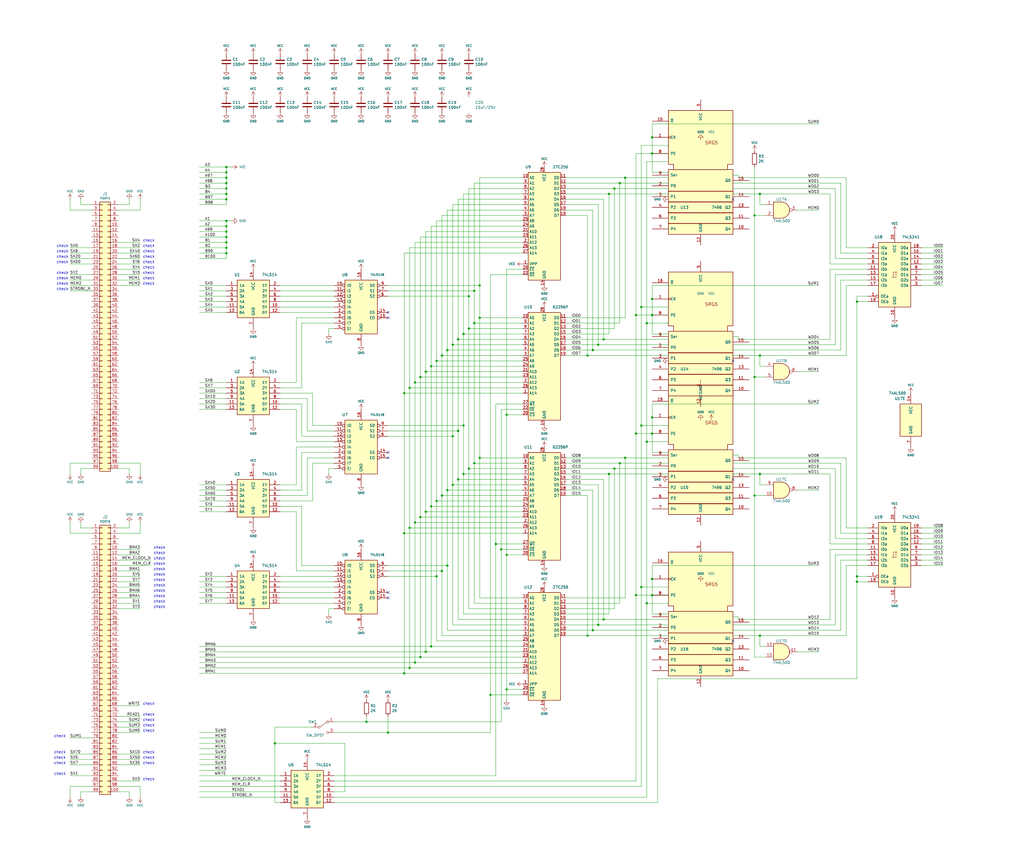
<source format=kicad_sch>
(kicad_sch (version 20230121) (generator eeschema)
  (paper "User" 482.6 406.4)
  (junction (at 198.12 243.84))
  (junction (at 200.66 175.26))
  (junction (at 307.34 64.77))
  (junction (at 213.36 162.56))
  (junction (at 302.26 276.86))
  (junction (at 208.28 167.64))
  (junction (at 238.76 195.58))
  (junction (at 223.52 137.16))
  (junction (at 172.72 340.36))
  (junction (at 205.74 236.22))
  (junction (at 358.14 223.52))
  (junction (at 200.66 241.3))
  (junction (at 203.2 172.72))
  (junction (at 220.98 220.98))
  (junction (at 279.4 165.1))
  (junction (at 215.9 160.02))
  (junction (at 284.48 160.02))
  (junction (at 210.82 266.7))
  (junction (at 358.14 91.44))
  (junction (at 276.86 299.72))
  (junction (at 215.9 203.2))
  (junction (at 218.44 157.48))
  (junction (at 106.68 116.84))
  (junction (at 106.68 111.76))
  (junction (at 287.02 223.52))
  (junction (at 226.06 215.9))
  (junction (at 218.44 223.52))
  (junction (at 203.2 304.8))
  (junction (at 190.5 185.42))
  (junction (at 106.68 78.74))
  (junction (at 198.12 177.8))
  (junction (at 198.12 309.88))
  (junction (at 307.34 140.97))
  (junction (at 213.36 228.6))
  (junction (at 238.76 261.62))
  (junction (at 213.36 205.74))
  (junction (at 304.8 284.48))
  (junction (at 279.4 297.18))
  (junction (at 358.14 299.72))
  (junction (at 106.68 109.22))
  (junction (at 302.26 144.78))
  (junction (at 195.58 312.42))
  (junction (at 403.86 271.78))
  (junction (at 281.94 162.56))
  (junction (at 205.74 271.78))
  (junction (at 284.48 292.1))
  (junction (at 106.68 81.28))
  (junction (at 190.5 317.5))
  (junction (at 215.9 226.06))
  (junction (at 281.94 294.64))
  (junction (at 292.1 86.36))
  (junction (at 238.76 325.12))
  (junction (at 193.04 248.92))
  (junction (at 226.06 134.62))
  (junction (at 307.34 204.47))
  (junction (at 223.52 152.4))
  (junction (at 403.86 142.24))
  (junction (at 289.56 220.98))
  (junction (at 292.1 218.44))
  (junction (at 106.68 91.44))
  (junction (at 299.72 204.47))
  (junction (at 210.82 231.14))
  (junction (at 299.72 280.67))
  (junction (at 106.68 83.82))
  (junction (at 106.68 88.9))
  (junction (at 208.28 269.24))
  (junction (at 218.44 200.66))
  (junction (at 203.2 238.76))
  (junction (at 307.34 148.59))
  (junction (at 106.68 93.98))
  (junction (at 236.22 259.08))
  (junction (at 106.68 86.36))
  (junction (at 106.68 114.3))
  (junction (at 195.58 246.38))
  (junction (at 106.68 104.14))
  (junction (at 304.8 208.28))
  (junction (at 355.6 233.68))
  (junction (at 226.06 149.86))
  (junction (at 403.86 274.32))
  (junction (at 355.6 101.6))
  (junction (at 210.82 165.1))
  (junction (at 355.6 177.8))
  (junction (at 200.66 307.34))
  (junction (at 276.86 167.64))
  (junction (at 106.68 106.68))
  (junction (at 193.04 314.96))
  (junction (at 220.98 154.94))
  (junction (at 129.54 350.52))
  (junction (at 304.8 152.4))
  (junction (at 358.14 167.64))
  (junction (at 307.34 196.85))
  (junction (at 195.58 180.34))
  (junction (at 190.5 251.46))
  (junction (at 220.98 139.7))
  (junction (at 307.34 273.05))
  (junction (at 208.28 233.68))
  (junction (at 182.88 345.44))
  (junction (at 193.04 182.88))
  (junction (at 307.34 280.67))
  (junction (at 205.74 170.18))
  (junction (at 294.64 215.9))
  (junction (at 223.52 218.44))
  (junction (at 233.68 256.54))
  (junction (at 299.72 148.59))
  (junction (at 287.02 91.44))
  (junction (at 289.56 88.9))
  (junction (at 231.14 327.66))
  (junction (at 307.34 72.39))
  (junction (at 106.68 119.38))
  (junction (at 294.64 83.82))
  (junction (at 302.26 200.66))
  (no_connect (at 345.44 226.06))
  (no_connect (at 182.88 215.9))
  (no_connect (at 182.88 147.32))
  (no_connect (at 345.44 302.26))
  (no_connect (at 182.88 281.94))
  (no_connect (at 345.44 93.98))
  (no_connect (at 345.44 170.18))
  (no_connect (at 182.88 279.4))
  (no_connect (at 182.88 149.86))
  (no_connect (at 182.88 213.36))
  (wire (pts (xy 205.74 104.14) (xy 246.38 104.14)))
  (wire (pts (xy 236.22 259.08) (xy 236.22 193.04)))
  (wire (pts (xy 307.34 72.39) (xy 307.34 64.77)))
  (wire (pts (xy 55.88 127) (xy 66.04 127)))
  (wire (pts (xy 307.34 190.5) (xy 386.08 190.5)))
  (wire (pts (xy 391.16 124.46) (xy 408.94 124.46)))
  (wire (pts (xy 304.8 208.28) (xy 304.8 152.4)))
  (wire (pts (xy 215.9 203.2) (xy 215.9 160.02)))
  (wire (pts (xy 106.68 347.98) (xy 93.98 347.98)))
  (wire (pts (xy 106.68 114.3) (xy 106.68 116.84)))
  (wire (pts (xy 246.38 127) (xy 238.76 127)))
  (wire (pts (xy 231.14 129.54) (xy 231.14 327.66)))
  (wire (pts (xy 93.98 119.38) (xy 106.68 119.38)))
  (wire (pts (xy 55.88 121.92) (xy 66.04 121.92)))
  (wire (pts (xy 93.98 134.62) (xy 106.68 134.62)))
  (wire (pts (xy 93.98 284.48) (xy 106.68 284.48)))
  (wire (pts (xy 132.08 137.16) (xy 157.48 137.16)))
  (wire (pts (xy 266.7 220.98) (xy 289.56 220.98)))
  (wire (pts (xy 226.06 281.94) (xy 226.06 215.9)))
  (wire (pts (xy 182.88 200.66) (xy 218.44 200.66)))
  (wire (pts (xy 279.4 297.18) (xy 279.4 231.14)))
  (wire (pts (xy 393.7 261.62) (xy 408.94 261.62)))
  (wire (pts (xy 345.44 218.44) (xy 396.24 218.44)))
  (wire (pts (xy 33.02 360.68) (xy 43.18 360.68)))
  (wire (pts (xy 276.86 101.6) (xy 266.7 101.6)))
  (wire (pts (xy 60.96 373.38) (xy 55.88 373.38)))
  (wire (pts (xy 304.8 152.4) (xy 314.96 152.4)))
  (wire (pts (xy 444.5 121.92) (xy 434.34 121.92)))
  (wire (pts (xy 106.68 121.92) (xy 106.68 119.38)))
  (wire (pts (xy 444.5 251.46) (xy 434.34 251.46)))
  (wire (pts (xy 314.96 88.9) (xy 289.56 88.9)))
  (wire (pts (xy 281.94 162.56) (xy 281.94 96.52)))
  (wire (pts (xy 345.44 214.63) (xy 347.98 214.63)))
  (wire (pts (xy 287.02 289.56) (xy 266.7 289.56)))
  (wire (pts (xy 154.94 157.48) (xy 154.94 154.94)))
  (wire (pts (xy 266.7 83.82) (xy 294.64 83.82)))
  (wire (pts (xy 246.38 218.44) (xy 223.52 218.44)))
  (wire (pts (xy 93.98 190.5) (xy 106.68 190.5)))
  (wire (pts (xy 93.98 106.68) (xy 106.68 106.68)))
  (wire (pts (xy 246.38 228.6) (xy 213.36 228.6)))
  (wire (pts (xy 215.9 160.02) (xy 215.9 93.98)))
  (wire (pts (xy 266.7 162.56) (xy 281.94 162.56)))
  (wire (pts (xy 246.38 86.36) (xy 223.52 86.36)))
  (wire (pts (xy 246.38 106.68) (xy 203.2 106.68)))
  (wire (pts (xy 55.88 114.3) (xy 66.04 114.3)))
  (wire (pts (xy 307.34 134.62) (xy 386.08 134.62)))
  (wire (pts (xy 55.88 281.94) (xy 66.04 281.94)))
  (wire (pts (xy 266.7 165.1) (xy 279.4 165.1)))
  (wire (pts (xy 307.34 273.05) (xy 307.34 266.7)))
  (wire (pts (xy 287.02 157.48) (xy 287.02 91.44)))
  (wire (pts (xy 307.34 157.48) (xy 314.96 157.48)))
  (wire (pts (xy 195.58 180.34) (xy 195.58 114.3)))
  (wire (pts (xy 33.02 223.52) (xy 33.02 218.44)))
  (wire (pts (xy 246.38 96.52) (xy 213.36 96.52)))
  (wire (pts (xy 287.02 223.52) (xy 287.02 289.56)))
  (wire (pts (xy 203.2 304.8) (xy 246.38 304.8)))
  (wire (pts (xy 93.98 271.78) (xy 106.68 271.78)))
  (wire (pts (xy 444.5 259.08) (xy 434.34 259.08)))
  (wire (pts (xy 246.38 281.94) (xy 226.06 281.94)))
  (wire (pts (xy 93.98 236.22) (xy 106.68 236.22)))
  (wire (pts (xy 444.5 256.54) (xy 434.34 256.54)))
  (wire (pts (xy 360.68 177.8) (xy 355.6 177.8)))
  (wire (pts (xy 38.1 373.38) (xy 43.18 373.38)))
  (wire (pts (xy 154.94 220.98) (xy 157.48 220.98)))
  (wire (pts (xy 33.02 137.16) (xy 43.18 137.16)))
  (wire (pts (xy 55.88 274.32) (xy 66.04 274.32)))
  (wire (pts (xy 246.38 170.18) (xy 205.74 170.18)))
  (wire (pts (xy 307.34 140.97) (xy 307.34 134.62)))
  (wire (pts (xy 393.7 121.92) (xy 408.94 121.92)))
  (wire (pts (xy 205.74 170.18) (xy 205.74 104.14)))
  (wire (pts (xy 157.48 378.46) (xy 309.88 378.46)))
  (wire (pts (xy 55.88 287.02) (xy 66.04 287.02)))
  (wire (pts (xy 246.38 91.44) (xy 218.44 91.44)))
  (wire (pts (xy 33.02 355.6) (xy 43.18 355.6)))
  (wire (pts (xy 266.7 154.94) (xy 289.56 154.94)))
  (wire (pts (xy 246.38 287.02) (xy 220.98 287.02)))
  (wire (pts (xy 129.54 342.9) (xy 129.54 350.52)))
  (wire (pts (xy 132.08 233.68) (xy 144.78 233.68)))
  (wire (pts (xy 157.48 276.86) (xy 132.08 276.86)))
  (wire (pts (xy 284.48 93.98) (xy 266.7 93.98)))
  (wire (pts (xy 304.8 284.48) (xy 304.8 208.28)))
  (wire (pts (xy 307.34 289.56) (xy 314.96 289.56)))
  (wire (pts (xy 55.88 119.38) (xy 66.04 119.38)))
  (wire (pts (xy 60.96 93.98) (xy 60.96 96.52)))
  (wire (pts (xy 157.48 144.78) (xy 132.08 144.78)))
  (wire (pts (xy 93.98 116.84) (xy 106.68 116.84)))
  (wire (pts (xy 55.88 134.62) (xy 66.04 134.62)))
  (wire (pts (xy 345.44 167.64) (xy 358.14 167.64)))
  (wire (pts (xy 294.64 281.94) (xy 294.64 215.9)))
  (wire (pts (xy 198.12 177.8) (xy 198.12 243.84)))
  (wire (pts (xy 403.86 274.32) (xy 403.86 271.78)))
  (wire (pts (xy 200.66 175.26) (xy 200.66 109.22)))
  (wire (pts (xy 157.48 139.7) (xy 132.08 139.7)))
  (wire (pts (xy 193.04 248.92) (xy 193.04 314.96)))
  (wire (pts (xy 60.96 375.92) (xy 60.96 373.38)))
  (wire (pts (xy 142.24 182.88) (xy 142.24 152.4)))
  (wire (pts (xy 304.8 76.2) (xy 314.96 76.2)))
  (wire (pts (xy 266.7 281.94) (xy 294.64 281.94)))
  (wire (pts (xy 203.2 238.76) (xy 203.2 304.8)))
  (wire (pts (xy 93.98 312.42) (xy 195.58 312.42)))
  (wire (pts (xy 93.98 304.8) (xy 203.2 304.8)))
  (wire (pts (xy 213.36 228.6) (xy 213.36 294.64)))
  (wire (pts (xy 444.5 119.38) (xy 434.34 119.38)))
  (wire (pts (xy 246.38 157.48) (xy 218.44 157.48)))
  (wire (pts (xy 93.98 231.14) (xy 106.68 231.14)))
  (wire (pts (xy 55.88 279.4) (xy 66.04 279.4)))
  (wire (pts (xy 190.5 317.5) (xy 190.5 251.46)))
  (wire (pts (xy 66.04 93.98) (xy 66.04 99.06)))
  (wire (pts (xy 132.08 147.32) (xy 157.48 147.32)))
  (wire (pts (xy 60.96 246.38) (xy 60.96 248.92)))
  (wire (pts (xy 218.44 223.52) (xy 218.44 289.56)))
  (wire (pts (xy 132.08 274.32) (xy 157.48 274.32)))
  (wire (pts (xy 33.02 251.46) (xy 33.02 246.38)))
  (wire (pts (xy 215.9 292.1) (xy 215.9 226.06)))
  (wire (pts (xy 309.88 378.46) (xy 309.88 320.04)))
  (wire (pts (xy 347.98 290.83) (xy 347.98 292.1)))
  (wire (pts (xy 33.02 218.44) (xy 43.18 218.44)))
  (wire (pts (xy 314.96 165.1) (xy 279.4 165.1)))
  (wire (pts (xy 246.38 233.68) (xy 208.28 233.68)))
  (wire (pts (xy 157.48 213.36) (xy 142.24 213.36)))
  (wire (pts (xy 55.88 332.74) (xy 66.04 332.74)))
  (wire (pts (xy 106.68 81.28) (xy 106.68 83.82)))
  (wire (pts (xy 358.14 223.52) (xy 391.16 223.52)))
  (wire (pts (xy 246.38 182.88) (xy 193.04 182.88)))
  (wire (pts (xy 55.88 276.86) (xy 66.04 276.86)))
  (wire (pts (xy 157.48 345.44) (xy 182.88 345.44)))
  (wire (pts (xy 139.7 149.86) (xy 157.48 149.86)))
  (wire (pts (xy 144.78 203.2) (xy 144.78 187.96)))
  (wire (pts (xy 345.44 88.9) (xy 393.7 88.9)))
  (wire (pts (xy 391.16 259.08) (xy 391.16 292.1)))
  (wire (pts (xy 266.7 152.4) (xy 292.1 152.4)))
  (wire (pts (xy 246.38 165.1) (xy 210.82 165.1)))
  (wire (pts (xy 139.7 269.24) (xy 139.7 241.3)))
  (wire (pts (xy 246.38 312.42) (xy 195.58 312.42)))
  (wire (pts (xy 213.36 294.64) (xy 246.38 294.64)))
  (wire (pts (xy 391.16 127) (xy 391.16 160.02)))
  (wire (pts (xy 266.7 157.48) (xy 287.02 157.48)))
  (wire (pts (xy 157.48 218.44) (xy 147.32 218.44)))
  (wire (pts (xy 144.78 187.96) (xy 132.08 187.96)))
  (wire (pts (xy 93.98 182.88) (xy 106.68 182.88)))
  (wire (pts (xy 281.94 96.52) (xy 266.7 96.52)))
  (wire (pts (xy 444.5 116.84) (xy 434.34 116.84)))
  (wire (pts (xy 246.38 160.02) (xy 215.9 160.02)))
  (wire (pts (xy 444.5 261.62) (xy 434.34 261.62)))
  (wire (pts (xy 55.88 284.48) (xy 66.04 284.48)))
  (wire (pts (xy 106.68 119.38) (xy 106.68 116.84)))
  (wire (pts (xy 355.6 177.8) (xy 355.6 101.6)))
  (wire (pts (xy 398.78 248.92) (xy 398.78 215.9)))
  (wire (pts (xy 106.68 88.9) (xy 106.68 91.44)))
  (wire (pts (xy 299.72 72.39) (xy 307.34 72.39)))
  (wire (pts (xy 147.32 236.22) (xy 132.08 236.22)))
  (wire (pts (xy 157.48 368.3) (xy 299.72 368.3)))
  (wire (pts (xy 210.82 297.18) (xy 210.82 266.7)))
  (wire (pts (xy 66.04 370.84) (xy 55.88 370.84)))
  (wire (pts (xy 132.08 370.84) (xy 93.98 370.84)))
  (wire (pts (xy 238.76 325.12) (xy 246.38 325.12)))
  (wire (pts (xy 66.04 218.44) (xy 55.88 218.44)))
  (wire (pts (xy 55.88 355.6) (xy 66.04 355.6)))
  (wire (pts (xy 142.24 190.5) (xy 142.24 205.74)))
  (wire (pts (xy 304.8 375.92) (xy 304.8 284.48)))
  (wire (pts (xy 55.88 259.08) (xy 66.04 259.08)))
  (wire (pts (xy 93.98 109.22) (xy 106.68 109.22)))
  (wire (pts (xy 360.68 96.52) (xy 358.14 96.52)))
  (wire (pts (xy 231.14 327.66) (xy 246.38 327.66)))
  (wire (pts (xy 246.38 223.52) (xy 218.44 223.52)))
  (wire (pts (xy 386.08 99.06) (xy 375.92 99.06)))
  (wire (pts (xy 182.88 139.7) (xy 220.98 139.7)))
  (wire (pts (xy 93.98 281.94) (xy 106.68 281.94)))
  (wire (pts (xy 55.88 261.62) (xy 66.04 261.62)))
  (wire (pts (xy 60.96 220.98) (xy 55.88 220.98)))
  (wire (pts (xy 398.78 248.92) (xy 408.94 248.92)))
  (wire (pts (xy 147.32 185.42) (xy 147.32 200.66)))
  (wire (pts (xy 307.34 148.59) (xy 307.34 140.97)))
  (wire (pts (xy 109.22 104.14) (xy 106.68 104.14)))
  (wire (pts (xy 358.14 304.8) (xy 358.14 299.72)))
  (wire (pts (xy 129.54 350.52) (xy 162.56 350.52)))
  (wire (pts (xy 345.44 91.44) (xy 358.14 91.44)))
  (wire (pts (xy 403.86 142.24) (xy 403.86 139.7)))
  (wire (pts (xy 223.52 86.36) (xy 223.52 137.16)))
  (wire (pts (xy 314.96 215.9) (xy 294.64 215.9)))
  (wire (pts (xy 223.52 152.4) (xy 223.52 218.44)))
  (wire (pts (xy 60.96 248.92) (xy 55.88 248.92)))
  (wire (pts (xy 355.6 233.68) (xy 355.6 177.8)))
  (wire (pts (xy 215.9 226.06) (xy 215.9 203.2)))
  (wire (pts (xy 314.96 160.02) (xy 284.48 160.02)))
  (wire (pts (xy 314.96 91.44) (xy 287.02 91.44)))
  (wire (pts (xy 93.98 193.04) (xy 106.68 193.04)))
  (wire (pts (xy 43.18 251.46) (xy 33.02 251.46)))
  (wire (pts (xy 314.96 223.52) (xy 287.02 223.52)))
  (wire (pts (xy 345.44 158.75) (xy 347.98 158.75)))
  (wire (pts (xy 292.1 218.44) (xy 292.1 284.48)))
  (wire (pts (xy 246.38 297.18) (xy 210.82 297.18)))
  (wire (pts (xy 246.38 317.5) (xy 190.5 317.5)))
  (wire (pts (xy 299.72 368.3) (xy 299.72 280.67)))
  (wire (pts (xy 307.34 213.36) (xy 314.96 213.36)))
  (wire (pts (xy 302.26 144.78) (xy 314.96 144.78)))
  (wire (pts (xy 347.98 83.82) (xy 398.78 83.82)))
  (wire (pts (xy 307.34 157.48) (xy 307.34 148.59)))
  (wire (pts (xy 444.5 254) (xy 434.34 254)))
  (wire (pts (xy 246.38 261.62) (xy 238.76 261.62)))
  (wire (pts (xy 246.38 195.58) (xy 238.76 195.58)))
  (wire (pts (xy 246.38 152.4) (xy 223.52 152.4)))
  (wire (pts (xy 93.98 185.42) (xy 106.68 185.42)))
  (wire (pts (xy 132.08 190.5) (xy 142.24 190.5)))
  (wire (pts (xy 231.14 129.54) (xy 246.38 129.54)))
  (wire (pts (xy 302.26 68.58) (xy 314.96 68.58)))
  (wire (pts (xy 66.04 99.06) (xy 55.88 99.06)))
  (wire (pts (xy 226.06 149.86) (xy 226.06 134.62)))
  (wire (pts (xy 139.7 193.04) (xy 132.08 193.04)))
  (wire (pts (xy 55.88 269.24) (xy 66.04 269.24)))
  (wire (pts (xy 203.2 172.72) (xy 203.2 238.76)))
  (wire (pts (xy 210.82 266.7) (xy 182.88 266.7)))
  (wire (pts (xy 157.48 271.78) (xy 132.08 271.78)))
  (wire (pts (xy 309.88 320.04) (xy 403.86 320.04)))
  (wire (pts (xy 154.94 154.94) (xy 157.48 154.94)))
  (wire (pts (xy 38.1 220.98) (xy 43.18 220.98)))
  (wire (pts (xy 246.38 215.9) (xy 226.06 215.9)))
  (wire (pts (xy 198.12 243.84) (xy 198.12 309.88)))
  (wire (pts (xy 218.44 200.66) (xy 218.44 223.52)))
  (wire (pts (xy 233.68 256.54) (xy 246.38 256.54)))
  (wire (pts (xy 195.58 114.3) (xy 246.38 114.3)))
  (wire (pts (xy 106.68 93.98) (xy 106.68 91.44)))
  (wire (pts (xy 157.48 269.24) (xy 139.7 269.24)))
  (wire (pts (xy 220.98 139.7) (xy 220.98 88.9)))
  (wire (pts (xy 190.5 185.42) (xy 190.5 119.38)))
  (wire (pts (xy 93.98 314.96) (xy 193.04 314.96)))
  (wire (pts (xy 266.7 167.64) (xy 276.86 167.64)))
  (wire (pts (xy 200.66 307.34) (xy 200.66 241.3)))
  (wire (pts (xy 157.48 365.76) (xy 233.68 365.76)))
  (wire (pts (xy 279.4 231.14) (xy 266.7 231.14)))
  (wire (pts (xy 193.04 116.84) (xy 193.04 182.88)))
  (wire (pts (xy 132.08 373.38) (xy 93.98 373.38)))
  (wire (pts (xy 314.96 294.64) (xy 281.94 294.64)))
  (wire (pts (xy 93.98 180.34) (xy 106.68 180.34)))
  (wire (pts (xy 162.56 373.38) (xy 157.48 373.38)))
  (wire (pts (xy 444.5 248.92) (xy 434.34 248.92)))
  (wire (pts (xy 345.44 86.36) (xy 396.24 86.36)))
  (wire (pts (xy 345.44 220.98) (xy 393.7 220.98)))
  (wire (pts (xy 314.96 220.98) (xy 289.56 220.98)))
  (wire (pts (xy 33.02 116.84) (xy 43.18 116.84)))
  (wire (pts (xy 360.68 172.72) (xy 358.14 172.72)))
  (wire (pts (xy 246.38 154.94) (xy 220.98 154.94)))
  (wire (pts (xy 266.7 215.9) (xy 294.64 215.9)))
  (wire (pts (xy 193.04 314.96) (xy 246.38 314.96)))
  (wire (pts (xy 231.14 345.44) (xy 231.14 327.66)))
  (wire (pts (xy 43.18 96.52) (xy 38.1 96.52)))
  (wire (pts (xy 396.24 119.38) (xy 408.94 119.38)))
  (wire (pts (xy 302.26 370.84) (xy 302.26 276.86)))
  (wire (pts (xy 55.88 129.54) (xy 66.04 129.54)))
  (wire (pts (xy 55.88 271.78) (xy 66.04 271.78)))
  (wire (pts (xy 246.38 307.34) (xy 200.66 307.34)))
  (wire (pts (xy 294.64 149.86) (xy 294.64 83.82)))
  (wire (pts (xy 347.98 160.02) (xy 391.16 160.02)))
  (wire (pts (xy 266.7 160.02) (xy 284.48 160.02)))
  (wire (pts (xy 223.52 218.44) (xy 223.52 284.48)))
  (wire (pts (xy 55.88 340.36) (xy 66.04 340.36)))
  (wire (pts (xy 292.1 86.36) (xy 266.7 86.36)))
  (wire (pts (xy 307.34 213.36) (xy 307.34 204.47)))
  (wire (pts (xy 246.38 101.6) (xy 208.28 101.6)))
  (wire (pts (xy 302.26 200.66) (xy 314.96 200.66)))
  (wire (pts (xy 182.88 134.62) (xy 226.06 134.62)))
  (wire (pts (xy 55.88 360.68) (xy 66.04 360.68)))
  (wire (pts (xy 93.98 233.68) (xy 106.68 233.68)))
  (wire (pts (xy 307.34 81.28) (xy 314.96 81.28)))
  (wire (pts (xy 246.38 236.22) (xy 205.74 236.22)))
  (wire (pts (xy 284.48 160.02) (xy 284.48 93.98)))
  (wire (pts (xy 106.68 345.44) (xy 93.98 345.44)))
  (wire (pts (xy 393.7 162.56) (xy 393.7 129.54)))
  (wire (pts (xy 345.44 162.56) (xy 393.7 162.56)))
  (wire (pts (xy 93.98 276.86) (xy 106.68 276.86)))
  (wire (pts (xy 304.8 284.48) (xy 314.96 284.48)))
  (wire (pts (xy 246.38 162.56) (xy 213.36 162.56)))
  (wire (pts (xy 403.86 320.04) (xy 403.86 274.32)))
  (wire (pts (xy 129.54 350.52) (xy 129.54 378.46)))
  (wire (pts (xy 314.96 86.36) (xy 292.1 86.36)))
  (wire (pts (xy 307.34 64.77) (xy 307.34 58.42)))
  (wire (pts (xy 314.96 167.64) (xy 276.86 167.64)))
  (wire (pts (xy 360.68 309.88) (xy 355.6 309.88)))
  (wire (pts (xy 213.36 96.52) (xy 213.36 162.56)))
  (wire (pts (xy 33.02 347.98) (xy 43.18 347.98)))
  (wire (pts (xy 93.98 238.76) (xy 106.68 238.76)))
  (wire (pts (xy 208.28 233.68) (xy 208.28 269.24)))
  (wire (pts (xy 398.78 299.72) (xy 398.78 266.7)))
  (wire (pts (xy 93.98 309.88) (xy 198.12 309.88)))
  (wire (pts (xy 154.94 287.02) (xy 157.48 287.02)))
  (wire (pts (xy 284.48 292.1) (xy 284.48 226.06)))
  (wire (pts (xy 398.78 116.84) (xy 408.94 116.84)))
  (wire (pts (xy 304.8 76.2) (xy 304.8 152.4)))
  (wire (pts (xy 33.02 132.08) (xy 43.18 132.08)))
  (wire (pts (xy 147.32 218.44) (xy 147.32 236.22)))
  (wire (pts (xy 93.98 274.32) (xy 106.68 274.32)))
  (wire (pts (xy 302.26 200.66) (xy 302.26 144.78)))
  (wire (pts (xy 33.02 121.92) (xy 43.18 121.92)))
  (wire (pts (xy 391.16 259.08) (xy 408.94 259.08)))
  (wire (pts (xy 210.82 231.14) (xy 210.82 165.1)))
  (wire (pts (xy 38.1 96.52) (xy 38.1 93.98)))
  (wire (pts (xy 276.86 167.64) (xy 276.86 101.6)))
  (wire (pts (xy 299.72 280.67) (xy 307.34 280.67)))
  (wire (pts (xy 106.68 106.68) (xy 106.68 109.22)))
  (wire (pts (xy 281.94 228.6) (xy 281.94 294.64)))
  (wire (pts (xy 213.36 162.56) (xy 213.36 205.74)))
  (wire (pts (xy 302.26 276.86) (xy 302.26 200.66)))
  (wire (pts (xy 157.48 370.84) (xy 302.26 370.84)))
  (wire (pts (xy 314.96 83.82) (xy 294.64 83.82)))
  (wire (pts (xy 276.86 233.68) (xy 276.86 299.72)))
  (wire (pts (xy 132.08 142.24) (xy 157.48 142.24)))
  (wire (pts (xy 182.88 345.44) (xy 231.14 345.44)))
  (wire (pts (xy 220.98 287.02) (xy 220.98 220.98)))
  (wire (pts (xy 396.24 218.44) (xy 396.24 251.46)))
  (wire (pts (xy 238.76 195.58) (xy 238.76 261.62)))
  (wire (pts (xy 210.82 165.1) (xy 210.82 99.06)))
  (wire (pts (xy 142.24 238.76) (xy 142.24 266.7)))
  (wire (pts (xy 347.98 215.9) (xy 398.78 215.9)))
  (wire (pts (xy 358.14 172.72) (xy 358.14 167.64)))
  (wire (pts (xy 360.68 228.6) (xy 358.14 228.6)))
  (wire (pts (xy 307.34 280.67) (xy 307.34 273.05)))
  (wire (pts (xy 266.7 88.9) (xy 289.56 88.9)))
  (wire (pts (xy 55.88 264.16) (xy 71.12 264.16)))
  (wire (pts (xy 157.48 281.94) (xy 132.08 281.94)))
  (wire (pts (xy 246.38 302.26) (xy 205.74 302.26)))
  (wire (pts (xy 33.02 99.06) (xy 33.02 93.98)))
  (wire (pts (xy 314.96 299.72) (xy 276.86 299.72)))
  (wire (pts (xy 154.94 223.52) (xy 154.94 220.98)))
  (wire (pts (xy 391.16 127) (xy 408.94 127)))
  (wire (pts (xy 444.5 129.54) (xy 434.34 129.54)))
  (wire (pts (xy 396.24 132.08) (xy 408.94 132.08)))
  (wire (pts (xy 398.78 266.7) (xy 408.94 266.7)))
  (wire (pts (xy 345.44 223.52) (xy 358.14 223.52)))
  (wire (pts (xy 157.48 340.36) (xy 172.72 340.36)))
  (wire (pts (xy 93.98 147.32) (xy 106.68 147.32)))
  (wire (pts (xy 208.28 101.6) (xy 208.28 167.64)))
  (wire (pts (xy 246.38 243.84) (xy 198.12 243.84)))
  (wire (pts (xy 360.68 304.8) (xy 358.14 304.8)))
  (wire (pts (xy 203.2 106.68) (xy 203.2 172.72)))
  (wire (pts (xy 66.04 251.46) (xy 55.88 251.46)))
  (wire (pts (xy 345.44 294.64) (xy 393.7 294.64)))
  (wire (pts (xy 355.6 78.74) (xy 355.6 101.6)))
  (wire (pts (xy 38.1 223.52) (xy 38.1 220.98)))
  (wire (pts (xy 139.7 241.3) (xy 132.08 241.3)))
  (wire (pts (xy 93.98 78.74) (xy 106.68 78.74)))
  (wire (pts (xy 396.24 251.46) (xy 408.94 251.46)))
  (wire (pts (xy 358.14 96.52) (xy 358.14 91.44)))
  (wire (pts (xy 299.72 204.47) (xy 299.72 148.59)))
  (wire (pts (xy 246.38 111.76) (xy 198.12 111.76)))
  (wire (pts (xy 345.44 297.18) (xy 396.24 297.18)))
  (wire (pts (xy 157.48 203.2) (xy 144.78 203.2)))
  (wire (pts (xy 33.02 119.38) (xy 43.18 119.38)))
  (wire (pts (xy 55.88 116.84) (xy 66.04 116.84)))
  (wire (pts (xy 157.48 134.62) (xy 132.08 134.62)))
  (wire (pts (xy 358.14 299.72) (xy 398.78 299.72)))
  (wire (pts (xy 132.08 238.76) (xy 142.24 238.76)))
  (wire (pts (xy 358.14 228.6) (xy 358.14 223.52)))
  (wire (pts (xy 347.98 158.75) (xy 347.98 160.02)))
  (wire (pts (xy 299.72 204.47) (xy 307.34 204.47)))
  (wire (pts (xy 403.86 274.32) (xy 408.94 274.32)))
  (wire (pts (xy 299.72 72.39) (xy 299.72 148.59)))
  (wire (pts (xy 292.1 284.48) (xy 266.7 284.48)))
  (wire (pts (xy 246.38 180.34) (xy 195.58 180.34)))
  (wire (pts (xy 396.24 132.08) (xy 396.24 165.1)))
  (wire (pts (xy 132.08 228.6) (xy 139.7 228.6)))
  (wire (pts (xy 444.5 124.46) (xy 434.34 124.46)))
  (wire (pts (xy 246.38 177.8) (xy 198.12 177.8)))
  (wire (pts (xy 106.68 358.14) (xy 93.98 358.14)))
  (wire (pts (xy 266.7 228.6) (xy 281.94 228.6)))
  (wire (pts (xy 289.56 287.02) (xy 289.56 220.98)))
  (wire (pts (xy 93.98 86.36) (xy 106.68 86.36)))
  (wire (pts (xy 106.68 96.52) (xy 106.68 93.98)))
  (wire (pts (xy 246.38 238.76) (xy 203.2 238.76)))
  (wire (pts (xy 307.34 81.28) (xy 307.34 72.39)))
  (wire (pts (xy 276.86 299.72) (xy 266.7 299.72)))
  (wire (pts (xy 55.88 368.3) (xy 66.04 368.3)))
  (wire (pts (xy 43.18 248.92) (xy 38.1 248.92)))
  (wire (pts (xy 215.9 93.98) (xy 246.38 93.98)))
  (wire (pts (xy 307.34 289.56) (xy 307.34 280.67)))
  (wire (pts (xy 347.98 82.55) (xy 347.98 83.82)))
  (wire (pts (xy 236.22 259.08) (xy 236.22 340.36)))
  (wire (pts (xy 198.12 111.76) (xy 198.12 177.8)))
  (wire (pts (xy 266.7 149.86) (xy 294.64 149.86)))
  (wire (pts (xy 129.54 378.46) (xy 132.08 378.46)))
  (wire (pts (xy 93.98 142.24) (xy 106.68 142.24)))
  (wire (pts (xy 220.98 88.9) (xy 246.38 88.9)))
  (wire (pts (xy 403.86 271.78) (xy 408.94 271.78)))
  (wire (pts (xy 213.36 205.74) (xy 213.36 228.6)))
  (wire (pts (xy 246.38 185.42) (xy 190.5 185.42)))
  (wire (pts (xy 55.88 266.7) (xy 71.12 266.7)))
  (wire (pts (xy 444.5 266.7) (xy 434.34 266.7)))
  (wire (pts (xy 132.08 180.34) (xy 139.7 180.34)))
  (wire (pts (xy 132.08 185.42) (xy 147.32 185.42)))
  (wire (pts (xy 55.88 358.14) (xy 66.04 358.14)))
  (wire (pts (xy 93.98 368.3) (xy 132.08 368.3)))
  (wire (pts (xy 55.88 345.44) (xy 66.04 345.44)))
  (wire (pts (xy 139.7 210.82) (xy 157.48 210.82)))
  (wire (pts (xy 266.7 292.1) (xy 284.48 292.1)))
  (wire (pts (xy 246.38 116.84) (xy 193.04 116.84)))
  (wire (pts (xy 106.68 78.74) (xy 106.68 81.28)))
  (wire (pts (xy 299.72 280.67) (xy 299.72 204.47)))
  (wire (pts (xy 307.34 72.39) (xy 314.96 72.39)))
  (wire (pts (xy 246.38 220.98) (xy 220.98 220.98)))
  (wire (pts (xy 266.7 287.02) (xy 289.56 287.02)))
  (wire (pts (xy 157.48 208.28) (xy 139.7 208.28)))
  (wire (pts (xy 358.14 91.44) (xy 391.16 91.44)))
  (wire (pts (xy 208.28 269.24) (xy 208.28 299.72)))
  (wire (pts (xy 396.24 264.16) (xy 408.94 264.16)))
  (wire (pts (xy 208.28 167.64) (xy 208.28 233.68)))
  (wire (pts (xy 93.98 91.44) (xy 106.68 91.44)))
  (wire (pts (xy 360.68 233.68) (xy 355.6 233.68)))
  (wire (pts (xy 434.34 264.16) (xy 444.5 264.16)))
  (wire (pts (xy 93.98 114.3) (xy 106.68 114.3)))
  (wire (pts (xy 139.7 208.28) (xy 139.7 193.04)))
  (wire (pts (xy 246.38 167.64) (xy 208.28 167.64)))
  (wire (pts (xy 226.06 83.82) (xy 246.38 83.82)))
  (wire (pts (xy 93.98 241.3) (xy 106.68 241.3)))
  (wire (pts (xy 223.52 137.16) (xy 223.52 152.4)))
  (wire (pts (xy 226.06 215.9) (xy 226.06 149.86)))
  (wire (pts (xy 246.38 149.86) (xy 226.06 149.86)))
  (wire (pts (xy 60.96 223.52) (xy 60.96 220.98)))
  (wire (pts (xy 33.02 358.14) (xy 43.18 358.14)))
  (wire (pts (xy 182.88 137.16) (xy 223.52 137.16)))
  (wire (pts (xy 200.66 109.22) (xy 246.38 109.22)))
  (wire (pts (xy 93.98 111.76) (xy 106.68 111.76)))
  (wire (pts (xy 38.1 248.92) (xy 38.1 246.38)))
  (wire (pts (xy 60.96 96.52) (xy 55.88 96.52)))
  (wire (pts (xy 210.82 266.7) (xy 210.82 231.14)))
  (wire (pts (xy 142.24 266.7) (xy 157.48 266.7)))
  (wire (pts (xy 205.74 236.22) (xy 205.74 170.18)))
  (wire (pts (xy 195.58 246.38) (xy 195.58 180.34)))
  (wire (pts (xy 132.08 375.92) (xy 93.98 375.92)))
  (wire (pts (xy 205.74 271.78) (xy 182.88 271.78)))
  (wire (pts (xy 220.98 220.98) (xy 220.98 154.94)))
  (wire (pts (xy 182.88 345.44) (xy 182.88 337.82)))
  (wire (pts (xy 386.08 307.34) (xy 375.92 307.34)))
  (wire (pts (xy 218.44 289.56) (xy 246.38 289.56)))
  (wire (pts (xy 444.5 132.08) (xy 434.34 132.08)))
  (wire (pts (xy 106.68 360.68) (xy 93.98 360.68)))
  (wire (pts (xy 93.98 81.28) (xy 106.68 81.28)))
  (wire (pts (xy 236.22 193.04) (xy 246.38 193.04)))
  (wire (pts (xy 246.38 251.46) (xy 190.5 251.46)))
  (wire (pts (xy 238.76 127) (xy 238.76 195.58)))
  (wire (pts (xy 210.82 99.06) (xy 246.38 99.06)))
  (wire (pts (xy 66.04 375.92) (xy 66.04 370.84)))
  (wire (pts (xy 393.7 254) (xy 408.94 254)))
  (wire (pts (xy 289.56 154.94) (xy 289.56 88.9)))
  (wire (pts (xy 238.76 261.62) (xy 238.76 325.12)))
  (wire (pts (xy 93.98 317.5) (xy 190.5 317.5)))
  (wire (pts (xy 106.68 353.06) (xy 93.98 353.06)))
  (wire (pts (xy 223.52 284.48) (xy 246.38 284.48)))
  (wire (pts (xy 106.68 111.76) (xy 106.68 114.3)))
  (wire (pts (xy 314.96 162.56) (xy 281.94 162.56)))
  (wire (pts (xy 398.78 167.64) (xy 398.78 134.62)))
  (wire (pts (xy 279.4 165.1) (xy 279.4 99.06)))
  (wire (pts (xy 193.04 182.88) (xy 193.04 248.92)))
  (wire (pts (xy 208.28 299.72) (xy 246.38 299.72)))
  (wire (pts (xy 314.96 218.44) (xy 292.1 218.44)))
  (wire (pts (xy 307.34 266.7) (xy 386.08 266.7)))
  (wire (pts (xy 93.98 279.4) (xy 106.68 279.4)))
  (wire (pts (xy 93.98 228.6) (xy 106.68 228.6)))
  (wire (pts (xy 266.7 233.68) (xy 276.86 233.68)))
  (wire (pts (xy 226.06 134.62) (xy 226.06 83.82)))
  (wire (pts (xy 218.44 157.48) (xy 218.44 200.66)))
  (wire (pts (xy 299.72 148.59) (xy 307.34 148.59)))
  (wire (pts (xy 345.44 290.83) (xy 347.98 290.83)))
  (wire (pts (xy 208.28 269.24) (xy 182.88 269.24)))
  (wire (pts (xy 144.78 233.68) (xy 144.78 215.9)))
  (wire (pts (xy 307.34 204.47) (xy 307.34 196.85)))
  (wire (pts (xy 302.26 276.86) (xy 314.96 276.86)))
  (wire (pts (xy 55.88 124.46) (xy 66.04 124.46)))
  (wire (pts (xy 393.7 254) (xy 393.7 220.98)))
  (wire (pts (xy 93.98 96.52) (xy 106.68 96.52)))
  (wire (pts (xy 246.38 259.08) (xy 236.22 259.08)))
  (wire (pts (xy 157.48 375.92) (xy 304.8 375.92)))
  (wire (pts (xy 284.48 226.06) (xy 266.7 226.06)))
  (wire (pts (xy 33.02 124.46) (xy 43.18 124.46)))
  (wire (pts (xy 391.16 256.54) (xy 408.94 256.54)))
  (wire (pts (xy 391.16 223.52) (xy 391.16 256.54)))
  (wire (pts (xy 106.68 83.82) (xy 106.68 86.36)))
  (wire (pts (xy 132.08 284.48) (xy 157.48 284.48)))
  (wire (pts (xy 233.68 256.54) (xy 233.68 365.76)))
  (wire (pts (xy 396.24 264.16) (xy 396.24 297.18)))
  (wire (pts (xy 292.1 218.44) (xy 266.7 218.44)))
  (wire (pts (xy 66.04 246.38) (xy 66.04 251.46)))
  (wire (pts (xy 195.58 312.42) (xy 195.58 246.38)))
  (wire (pts (xy 200.66 241.3) (xy 200.66 175.26)))
  (wire (pts (xy 172.72 340.36) (xy 172.72 337.82)))
  (wire (pts (xy 398.78 134.62) (xy 408.94 134.62)))
  (wire (pts (xy 93.98 137.16) (xy 106.68 137.16)))
  (wire (pts (xy 55.88 342.9) (xy 66.04 342.9)))
  (wire (pts (xy 403.86 142.24) (xy 408.94 142.24)))
  (wire (pts (xy 38.1 375.92) (xy 38.1 373.38)))
  (wire (pts (xy 345.44 82.55) (xy 347.98 82.55)))
  (wire (pts (xy 33.02 129.54) (xy 43.18 129.54)))
  (wire (pts (xy 355.6 309.88) (xy 355.6 233.68)))
  (wire (pts (xy 386.08 231.14) (xy 375.92 231.14)))
  (wire (pts (xy 132.08 182.88) (xy 142.24 182.88)))
  (wire (pts (xy 205.74 302.26) (xy 205.74 271.78)))
  (wire (pts (xy 142.24 152.4) (xy 157.48 152.4)))
  (wire (pts (xy 279.4 99.06) (xy 266.7 99.06)))
  (wire (pts (xy 162.56 350.52) (xy 162.56 373.38)))
  (wire (pts (xy 302.26 68.58) (xy 302.26 144.78)))
  (wire (pts (xy 246.38 248.92) (xy 193.04 248.92)))
  (wire (pts (xy 190.5 119.38) (xy 246.38 119.38)))
  (wire (pts (xy 444.5 134.62) (xy 434.34 134.62)))
  (wire (pts (xy 246.38 231.14) (xy 210.82 231.14)))
  (wire (pts (xy 358.14 167.64) (xy 398.78 167.64)))
  (wire (pts (xy 403.86 139.7) (xy 408.94 139.7)))
  (wire (pts (xy 43.18 99.06) (xy 33.02 99.06)))
  (wire (pts (xy 307.34 280.67) (xy 314.96 280.67)))
  (wire (pts (xy 393.7 129.54) (xy 408.94 129.54)))
  (wire (pts (xy 93.98 187.96) (xy 106.68 187.96)))
  (wire (pts (xy 198.12 309.88) (xy 246.38 309.88)))
  (wire (pts (xy 106.68 363.22) (xy 93.98 363.22)))
  (wire (pts (xy 93.98 365.76) (xy 132.08 365.76)))
  (wire (pts (xy 55.88 337.82) (xy 66.04 337.82)))
  (wire (pts (xy 33.02 365.76) (xy 43.18 365.76)))
  (wire (pts (xy 33.02 375.92) (xy 33.02 370.84)))
  (wire (pts (xy 109.22 78.74) (xy 106.68 78.74)))
  (wire (pts (xy 386.08 175.26) (xy 375.92 175.26)))
  (wire (pts (xy 347.98 214.63) (xy 347.98 215.9)))
  (wire (pts (xy 403.86 271.78) (xy 403.86 142.24)))
  (wire (pts (xy 393.7 294.64) (xy 393.7 261.62)))
  (wire (pts (xy 93.98 144.78) (xy 106.68 144.78)))
  (wire (pts (xy 246.38 172.72) (xy 203.2 172.72)))
  (wire (pts (xy 347.98 292.1) (xy 391.16 292.1)))
  (wire (pts (xy 358.14 299.72) (xy 345.44 299.72)))
  (wire (pts (xy 33.02 134.62) (xy 43.18 134.62)))
  (wire (pts (xy 233.68 190.5) (xy 233.68 256.54)))
  (wire (pts (xy 139.7 228.6) (xy 139.7 210.82)))
  (wire (pts (xy 287.02 91.44) (xy 266.7 91.44)))
  (wire (pts (xy 246.38 226.06) (xy 215.9 226.06)))
  (wire (pts (xy 398.78 116.84) (xy 398.78 83.82)))
  (wire (pts (xy 142.24 205.74) (xy 157.48 205.74)))
  (wire (pts (xy 246.38 246.38) (xy 195.58 246.38)))
  (wire (pts (xy 93.98 307.34) (xy 200.66 307.34)))
  (wire (pts (xy 142.24 231.14) (xy 132.08 231.14)))
  (wire (pts (xy 93.98 104.14) (xy 106.68 104.14)))
  (wire (pts (xy 154.94 289.56) (xy 154.94 287.02)))
  (wire (pts (xy 218.44 91.44) (xy 218.44 157.48)))
  (wire (pts (xy 93.98 121.92) (xy 106.68 121.92)))
  (wire (pts (xy 55.88 132.08) (xy 66.04 132.08)))
  (wire (pts (xy 307.34 58.42) (xy 386.08 58.42)))
  (wire (pts (xy 66.04 223.52) (xy 66.04 218.44)))
  (wire (pts (xy 307.34 196.85) (xy 307.34 190.5)))
  (wire (pts (xy 147.32 342.9) (xy 129.54 342.9)))
  (wire (pts (xy 106.68 350.52) (xy 93.98 350.52)))
  (wire (pts (xy 106.68 109.22) (xy 106.68 111.76)))
  (wire (pts (xy 93.98 88.9) (xy 106.68 88.9)))
  (wire (pts (xy 391.16 91.44) (xy 391.16 124.46)))
  (wire (pts (xy 246.38 175.26) (xy 200.66 175.26)))
  (wire (pts (xy 304.8 208.28) (xy 314.96 208.28)))
  (wire (pts (xy 182.88 205.74) (xy 213.36 205.74)))
  (wire (pts (xy 246.38 292.1) (xy 215.9 292.1)))
  (wire (pts (xy 172.72 340.36) (xy 236.22 340.36)))
  (wire (pts (xy 307.34 204.47) (xy 314.96 204.47)))
  (wire (pts (xy 246.38 241.3) (xy 200.66 241.3)))
  (wire (pts (xy 238.76 325.12) (xy 238.76 330.2)))
  (wire (pts (xy 345.44 165.1) (xy 396.24 165.1)))
  (wire (pts (xy 190.5 251.46) (xy 190.5 185.42)))
  (wire (pts (xy 93.98 139.7) (xy 106.68 139.7)))
  (wire (pts (xy 182.88 203.2) (xy 215.9 203.2)))
  (wire (pts (xy 434.34 127) (xy 444.5 127)))
  (wire (pts (xy 106.68 86.36) (xy 106.68 88.9)))
  (wire (pts (xy 266.7 297.18) (xy 279.4 297.18)))
  (wire (pts (xy 93.98 83.82) (xy 106.68 83.82)))
  (wire (pts (xy 144.78 215.9) (xy 157.48 215.9)))
  (wire (pts (xy 106.68 355.6) (xy 93.98 355.6)))
  (wire (pts (xy 292.1 152.4) (xy 292.1 86.36)))
  (wire (pts (xy 220.98 154.94) (xy 220.98 139.7)))
  (wire (pts (xy 205.74 271.78) (xy 205.74 236.22)))
  (wire (pts (xy 93.98 93.98) (xy 106.68 93.98)))
  (wire (pts (xy 33.02 370.84) (xy 43.18 370.84)))
  (wire (pts (xy 307.34 148.59) (xy 314.96 148.59)))
  (wire (pts (xy 396.24 86.36) (xy 396.24 119.38)))
  (wire (pts (xy 393.7 121.92) (xy 393.7 88.9)))
  (wire (pts (xy 246.38 190.5) (xy 233.68 190.5)))
  (wire (pts (xy 142.24 213.36) (xy 142.24 231.14)))
  (wire (pts (xy 106.68 104.14) (xy 106.68 106.68)))
  (wire (pts (xy 132.08 279.4) (xy 157.48 279.4)))
  (wire (pts (xy 281.94 294.64) (xy 266.7 294.64)))
  (wire (pts (xy 287.02 223.52) (xy 266.7 223.52)))
  (wire (pts (xy 314.96 297.18) (xy 279.4 297.18)))
  (wire (pts (xy 139.7 180.34) (xy 139.7 149.86)))
  (wire (pts (xy 360.68 101.6) (xy 355.6 101.6)))
  (wire (pts (xy 314.96 292.1) (xy 284.48 292.1)))
  (wire (pts (xy 147.32 200.66) (xy 157.48 200.66)))
  (text "check" (at 26.67 129.54 0) (effects (font (size 1.27 1.27)) (justify left bottom)))
  (text "check" (at 67.31 124.46 0) (effects (font (size 1.27 1.27)) (justify left bottom)))
  (text "check" (at 72.39 274.32 0) (effects (font (size 1.27 1.27)) (justify left bottom)))
  (text "check" (at 25.4 360.68 0) (effects (font (size 1.27 1.27)) (justify left bottom)))
  (text "check" (at 67.31 360.68 0) (effects (font (size 1.27 1.27)) (justify left bottom)))
  (text "check" (at 25.4 358.14 0) (effects (font (size 1.27 1.27)) (justify left bottom)))
  (text "check" (at 67.31 121.92 0) (effects (font (size 1.27 1.27)) (justify left bottom)))
  (text "check" (at 72.39 261.62 0) (effects (font (size 1.27 1.27)) (justify left bottom)))
  (text "check" (at 26.67 119.38 0) (effects (font (size 1.27 1.27)) (justify left bottom)))
  (text "check" (at 72.39 287.02 0) (effects (font (size 1.27 1.27)) (justify left bottom)))
  (text "check" (at 67.31 345.44 0) (effects (font (size 1.27 1.27)) (justify left bottom)))
  (text "check" (at 72.39 279.4 0) (effects (font (size 1.27 1.27)) (justify left bottom)))
  (text "check" (at 67.31 342.9 0) (effects (font (size 1.27 1.27)) (justify left bottom)))
  (text "check" (at 26.67 137.16 0) (effects (font (size 1.27 1.27)) (justify left bottom)))
  (text "check" (at 72.39 259.08 0) (effects (font (size 1.27 1.27)) (justify left bottom)))
  (text "check" (at 26.67 134.62 0) (effects (font (size 1.27 1.27)) (justify left bottom)))
  (text "check" (at 67.31 132.08 0) (effects (font (size 1.27 1.27)) (justify left bottom)))
  (text "check" (at 67.31 127 0) (effects (font (size 1.27 1.27)) (justify left bottom)))
  (text "check" (at 72.39 266.7 0) (effects (font (size 1.27 1.27)) (justify left bottom)))
  (text "check" (at 67.31 355.6 0) (effects (font (size 1.27 1.27)) (justify left bottom)))
  (text "check" (at 67.31 337.82 0) (effects (font (size 1.27 1.27)) (justify left bottom)))
  (text "check" (at 25.4 365.76 0) (effects (font (size 1.27 1.27)) (justify left bottom)))
  (text "check" (at 72.39 271.78 0) (effects (font (size 1.27 1.27)) (justify left bottom)))
  (text "check" (at 67.31 119.38 0) (effects (font (size 1.27 1.27)) (justify left bottom)))
  (text "check" (at 67.31 116.84 0) (effects (font (size 1.27 1.27)) (justify left bottom)))
  (text "check" (at 26.67 132.08 0) (effects (font (size 1.27 1.27)) (justify left bottom)))
  (text "check" (at 72.39 284.48 0) (effects (font (size 1.27 1.27)) (justify left bottom)))
  (text "check" (at 67.31 129.54 0) (effects (font (size 1.27 1.27)) (justify left bottom)))
  (text "check" (at 72.39 281.94 0) (effects (font (size 1.27 1.27)) (justify left bottom)))
  (text "check" (at 67.31 340.36 0) (effects (font (size 1.27 1.27)) (justify left bottom)))
  (text "check" (at 72.39 269.24 0) (effects (font (size 1.27 1.27)) (justify left bottom)))
  (text "check" (at 67.31 114.3 0) (effects (font (size 1.27 1.27)) (justify left bottom)))
  (text "check" (at 67.31 368.3 0) (effects (font (size 1.27 1.27)) (justify left bottom)))
  (text "check" (at 72.39 264.16 0) (effects (font (size 1.27 1.27)) (justify left bottom)))
  (text "check" (at 25.4 347.98 0) (effects (font (size 1.27 1.27)) (justify left bottom)))
  (text "check" (at 26.67 124.46 0) (effects (font (size 1.27 1.27)) (justify left bottom)))
  (text "check" (at 67.31 134.62 0) (effects (font (size 1.27 1.27)) (justify left bottom)))
  (text "check" (at 25.4 355.6 0) (effects (font (size 1.27 1.27)) (justify left bottom)))
  (text "check" (at 26.67 121.92 0) (effects (font (size 1.27 1.27)) (justify left bottom)))
  (text "check" (at 67.31 332.74 0) (effects (font (size 1.27 1.27)) (justify left bottom)))
  (text "check" (at 72.39 276.86 0) (effects (font (size 1.27 1.27)) (justify left bottom)))
  (text "check" (at 67.31 358.14 0) (effects (font (size 1.27 1.27)) (justify left bottom)))
  (text "check" (at 26.67 116.84 0) (effects (font (size 1.27 1.27)) (justify left bottom)))
  (label "SY0" (at 66.04 129.54 180))
  (label "IO02" (at 444.5 121.92 180))
  (label "SUM3" (at 106.68 360.68 180))
  (label "MEM_CLOCK_N" (at 71.12 264.16 180))
  (label "IO04" (at 444.5 127 180))
  (label "SUM3" (at 386.08 266.7 180))
  (label "A2" (at 96.52 106.68 0))
  (label "WD14" (at 386.08 297.18 180))
  (label "SY6" (at 96.52 281.94 0))
  (label "IO07" (at 269.24 167.64 0))
  (label "MEM3" (at 106.68 363.22 180))
  (label "IO10" (at 269.24 220.98 0))
  (label "SY3" (at 96.52 274.32 0))
  (label "IO09" (at 444.5 251.46 180))
  (label "SX7" (at 33.02 360.68 0))
  (label "STROBE_N" (at 33.02 137.16 0))
  (label "READ1" (at 66.04 337.82 180))
  (label "SUM0" (at 66.04 345.44 180))
  (label "B98" (at 96.52 96.52 0))
  (label "MEM2" (at 33.02 134.62 0))
  (label "MEM2" (at 386.08 231.14 180))
  (label "MEM1" (at 386.08 175.26 180))
  (label "MEM_CLOCK_N" (at 109.22 368.3 0))
  (label "SY6" (at 66.04 124.46 180))
  (label "IO10" (at 444.5 254 180))
  (label "SX40" (at 96.52 228.6 0))
  (label "WD09" (at 386.08 218.44 180))
  (label "BMA6" (at 66.04 279.4 180))
  (label "SY4" (at 66.04 127 180))
  (label "MEM0" (at 386.08 99.06 180))
  (label "SUM1" (at 106.68 350.52 180))
  (label "SX3" (at 96.52 142.24 0))
  (label "MEM_CLR" (at 71.12 266.7 180))
  (label "READ1" (at 109.22 373.38 0))
  (label "IO08" (at 444.5 248.92 180))
  (label "STROBE_N" (at 109.22 375.92 0))
  (label "IO06" (at 444.5 132.08 180))
  (label "IO03" (at 269.24 157.48 0))
  (label "SX4" (at 96.52 144.78 0))
  (label "SUM2" (at 66.04 340.36 180))
  (label "WD08" (at 386.08 215.9 180))
  (label "IO00" (at 444.5 116.84 180))
  (label "SX20" (at 96.52 190.5 0))
  (label "B4" (at 96.52 91.44 0))
  (label "IO01" (at 269.24 152.4 0))
  (label "SY7" (at 66.04 274.32 180))
  (label "SY1" (at 96.52 241.3 0))
  (label "SX2" (at 96.52 139.7 0))
  (label "SUM0" (at 386.08 58.42 180))
  (label "SX00" (at 96.52 185.42 0))
  (label "IO06" (at 269.24 165.1 0))
  (label "IO15" (at 444.5 266.7 180))
  (label "SUM3" (at 66.04 342.9 180))
  (label "IO11" (at 269.24 223.52 0))
  (label "SX6" (at 96.52 180.34 0))
  (label "WD05" (at 386.08 162.56 180))
  (label "SUM1" (at 33.02 347.98 0))
  (label "A99" (at 96.52 109.22 0))
  (label "IO05" (at 269.24 162.56 0))
  (label "SY5" (at 96.52 279.4 0))
  (label "BMA5" (at 96.52 307.34 0))
  (label "BMA2" (at 96.52 314.96 0))
  (label "SUM0" (at 106.68 345.44 180))
  (label "IO13" (at 269.24 228.6 0))
  (label "B100" (at 96.52 121.92 0))
  (label "SY0" (at 96.52 238.76 0))
  (label "SX30" (at 96.52 193.04 0))
  (label "SX40" (at 66.04 119.38 180))
  (label "A97" (at 96.52 83.82 0))
  (label "SX5" (at 96.52 147.32 0))
  (label "WD01" (at 386.08 86.36 180))
  (label "IO01" (at 444.5 119.38 180))
  (label "B3" (at 96.52 88.9 0))
  (label "SY5" (at 66.04 271.78 180))
  (label "SX0" (at 96.52 134.62 0))
  (label "BMA1" (at 66.04 269.24 180))
  (label "MEM1" (at 106.68 353.06 180))
  (label "MEM0" (at 33.02 132.08 0))
  (label "BMA2" (at 66.04 261.62 180))
  (label "IO12" (at 444.5 259.08 180))
  (label "IO00" (at 269.24 149.86 0))
  (label "BMA1" (at 96.52 317.5 0))
  (label "IO11" (at 444.5 256.54 180))
  (label "SX50" (at 66.04 358.14 180))
  (label "MEM3" (at 66.04 134.62 180))
  (label "SX10" (at 66.04 355.6 180))
  (label "SX60" (at 66.04 121.92 180))
  (label "MEM1" (at 66.04 132.08 180))
  (label "SX10" (at 96.52 187.96 0))
  (label "SX70" (at 33.02 355.6 0))
  (label "A4" (at 96.52 81.28 0))
  (label "B1" (at 96.52 114.3 0))
  (label "WD02" (at 386.08 88.9 180))
  (label "SY2" (at 96.52 271.78 0))
  (label "IO12" (at 269.24 226.06 0))
  (label "IO03" (at 444.5 124.46 180))
  (label "SX00" (at 33.02 124.46 0))
  (label "MEM3" (at 386.08 307.34 180))
  (label "WD15" (at 386.08 299.72 180))
  (label "WD00" (at 386.08 83.82 180))
  (label "IO09" (at 269.24 218.44 0))
  (label "IO02" (at 269.24 154.94 0))
  (label "B2" (at 96.52 116.84 0))
  (label "B97" (at 96.52 93.98 0))
  (label "A1" (at 96.52 104.14 0))
  (label "SX1" (at 96.52 137.16 0))
  (label "BMA4" (at 66.04 281.94 180))
  (label "BMA4" (at 96.52 309.88 0))
  (label "WD03" (at 386.08 91.44 180))
  (label "SUM2" (at 386.08 190.5 180))
  (label "MEM2" (at 106.68 358.14 180))
  (label "SX2" (at 66.04 116.84 180))
  (label "WD10" (at 386.08 220.98 180))
  (label "SUM1" (at 386.08 134.62 180))
  (label "BMA3" (at 66.04 259.08 180))
  (label "IO14" (at 269.24 231.14 0))
  (label "B99" (at 96.52 119.38 0))
  (label "IO13" (at 444.5 261.62 180))
  (label "SY1" (at 66.04 284.48 180))
  (label "SY3" (at 66.04 287.02 180))
  (label "SX3" (at 66.04 368.3 180))
  (label "IO04" (at 269.24 160.02 0))
  (label "SX50" (at 96.52 231.14 0))
  (label "SY2" (at 33.02 129.54 0))
  (label "WD04" (at 386.08 160.02 180))
  (label "WRITE" (at 106.68 365.76 180))
  (label "BMA3" (at 96.52 312.42 0))
  (label "IO05" (at 444.5 129.54 180))
  (label "A100" (at 96.52 111.76 0))
  (label "IO15" (at 269.24 233.68 0))
  (label "IO14" (at 444.5 264.16 180))
  (label "WD07" (at 386.08 167.64 180))
  (label "SX60" (at 96.52 233.68 0))
  (label "A3" (at 96.52 78.74 0))
  (label "SX20" (at 33.02 121.92 0))
  (label "BMA6" (at 96.52 304.8 0))
  (label "BMA5" (at 66.04 276.86 180))
  (label "SY4" (at 96.52 276.86 0))
  (label "WD13" (at 386.08 294.64 180))
  (label "WRITE" (at 66.04 332.74 180))
  (label "SX5" (at 33.02 358.14 0))
  (label "WD06" (at 386.08 165.1 180))
  (label "IO08" (at 269.24 215.9 0))
  (label "SX6" (at 33.02 119.38 0))
  (label "WD11" (at 386.08 223.52 180))
  (label "SY7" (at 96.52 284.48 0))
  (label "SUM2" (at 106.68 355.6 180))
  (label "SX7" (at 96.52 182.88 0))
  (label "WD12" (at 386.08 292.1 180))
  (label "SX1" (at 33.02 365.76 0))
  (label "SX30" (at 66.04 360.68 180))
  (label "SX0" (at 33.02 116.84 0))
  (label "IO07" (at 444.5 134.62 180))
  (label "A98" (at 96.52 86.36 0))
  (label "SX4" (at 66.04 114.3 180))
  (label "SX70" (at 96.52 236.22 0))
  (label "MEM_CLR" (at 109.22 370.84 0))
  (label "MEM0" (at 106.68 347.98 180))
  (symbol (lib_id "74xx:74LS148") (at 170.18 144.78 0) (unit 1)
    (property "Reference" "U6" (at 162.56 129.54 0))
    (property "Value" "74LS148" (at 177.8 129.54 0) (effects (font (size 1.016 1.016))))
    (property "Footprint" "Package_DIP:DIP-16_W7.62mm" (effects hide))
    (property "Datasheet" "http://www.ti.com/lit/gpn/sn74LS148" (effects hide))
    (property "Digi-Key" "296-3651-5-ND" (effects hide))
    (property "Manufacturer" "Texas Instruments" (effects hide))
    (property "Part Number" "SN74LS148N" (effects hide))
    (property "Mouser" "595-SN74LS148N" (effects hide))
  )
  (symbol (lib_id "_local:62256P") (at 256.54 172.72 0) (unit 1)
    (property "Reference" "U10" (at 248.92 144.78 0))
    (property "Value" "62256P" (at 264.16 144.78 0))
    (property "Footprint" "Package_DIP:DIP-28_W15.24mm" (effects hide))
    (property "Datasheet" "https://www.alliancememory.com/wp-content/uploads/pdf/AS6C62256.pdf" (effects hide))
    (property "Digi-Key" "1450-1033-ND" (effects hide))
    (property "Manufacturer" "Alliance Memory, Inc." (effects hide))
    (property "Part Number" "AS6C62256-55PCN" (effects hide))
    (property "Mouser" "913-AS6C62256-55PCN" (effects hide))
  )
  (symbol (lib_id "power:VCC") (at 170.18 127 0) (unit 1)
    (property "Reference" "#PWR0101" (effects hide))
    (property "Value" "VCC" (at 170.18 123.19 0) (effects (font (size 1.016 1.016))))
  )
  (symbol (lib_id "power:GND") (at 170.18 162.56 0) (unit 1)
    (property "Reference" "#PWR0102" (effects hide))
    (property "Value" "GND" (at 170.18 166.37 0) (effects (font (size 1.016 1.016))))
  )
  (symbol (lib_id "74xx:74LS148") (at 170.18 210.82 0) (unit 1)
    (property "Reference" "U7" (at 162.56 195.58 0))
    (property "Value" "74LS148" (at 177.8 195.58 0) (effects (font (size 1.016 1.016))))
    (property "Footprint" "Package_DIP:DIP-16_W7.62mm" (effects hide))
    (property "Datasheet" "http://www.ti.com/lit/gpn/sn74LS148" (effects hide))
    (property "Digi-Key" "296-3651-5-ND" (effects hide))
    (property "Manufacturer" "Texas Instruments" (effects hide))
    (property "Part Number" "SN74LS148N" (effects hide))
    (property "Mouser" "595-SN74LS148N" (effects hide))
  )
  (symbol (lib_id "power:VCC") (at 170.18 193.04 0) (unit 1)
    (property "Reference" "#PWR0103" (effects hide))
    (property "Value" "VCC" (at 170.18 189.23 0) (effects (font (size 1.016 1.016))))
  )
  (symbol (lib_id "Memory_EPROM:27C256") (at 256.54 106.68 0) (unit 1)
    (property "Reference" "U9" (at 248.92 78.74 0))
    (property "Value" "27C256" (at 264.16 78.74 0))
    (property "Footprint" "Package_DIP:DIP-28_W15.24mm" (effects hide))
    (property "Datasheet" "http://ww1.microchip.com/downloads/en/DeviceDoc/doc0014.pdf" (effects hide))
    (property "Manufacturer" "Microchip Technology" (effects hide))
    (property "Part Number" "AT27C256R-70PU" (effects hide))
    (property "Digi-Key" "AT27C256R-70PU-ND" (effects hide))
    (property "Mouser" "556-AT27C256R70PU" (effects hide))
  )
  (symbol (lib_id "power:GND") (at 170.18 228.6 0) (unit 1)
    (property "Reference" "#PWR0104" (effects hide))
    (property "Value" "GND" (at 170.18 232.41 0) (effects (font (size 1.016 1.016))))
  )
  (symbol (lib_id "power:VCC") (at 246.38 124.46 90) (unit 1)
    (property "Reference" "#PWR0110" (effects hide))
    (property "Value" "VCC" (at 241.3 124.46 90) (effects (font (size 1.016 1.016))))
  )
  (symbol (lib_id "power:GND") (at 256.54 134.62 0) (unit 1)
    (property "Reference" "#PWR0111" (effects hide))
    (property "Value" "GND" (at 256.54 138.43 0) (effects (font (size 1.016 1.016))))
  )
  (symbol (lib_id "power:VCC") (at 256.54 78.74 0) (unit 1)
    (property "Reference" "#PWR0112" (effects hide))
    (property "Value" "VCC" (at 256.54 74.93 0) (effects (font (size 1.016 1.016))))
  )
  (symbol (lib_id "power:VCC") (at 256.54 144.78 0) (unit 1)
    (property "Reference" "#PWR0116" (effects hide))
    (property "Value" "VCC" (at 256.54 140.97 0) (effects (font (size 1.016 1.016))))
  )
  (symbol (lib_id "power:GND") (at 256.54 200.66 0) (unit 1)
    (property "Reference" "#PWR0117" (effects hide))
    (property "Value" "GND" (at 256.54 204.47 0) (effects (font (size 1.016 1.016))))
  )
  (symbol (lib_id "74xx:74LS148") (at 170.18 276.86 0) (unit 1)
    (property "Reference" "U8" (at 162.56 261.62 0))
    (property "Value" "74LS148" (at 177.8 261.62 0) (effects (font (size 1.016 1.016))))
    (property "Footprint" "Package_DIP:DIP-16_W7.62mm" (effects hide))
    (property "Datasheet" "http://www.ti.com/lit/gpn/sn74LS148" (effects hide))
    (property "Digi-Key" "296-3651-5-ND" (effects hide))
    (property "Manufacturer" "Texas Instruments" (effects hide))
    (property "Part Number" "SN74LS148N" (effects hide))
    (property "Mouser" "595-SN74LS148N" (effects hide))
  )
  (symbol (lib_id "power:VCC") (at 170.18 259.08 0) (unit 1)
    (property "Reference" "#PWR0105" (effects hide))
    (property "Value" "VCC" (at 170.18 255.27 0) (effects (font (size 1.016 1.016))))
  )
  (symbol (lib_id "power:GND") (at 170.18 294.64 0) (unit 1)
    (property "Reference" "#PWR0106" (effects hide))
    (property "Value" "GND" (at 170.18 298.45 0) (effects (font (size 1.016 1.016))))
  )
  (symbol (lib_id "_local:62256P") (at 256.54 238.76 0) (unit 1)
    (property "Reference" "U11" (at 248.92 210.82 0))
    (property "Value" "62256P" (at 264.16 210.82 0))
    (property "Footprint" "Package_DIP:DIP-28_W15.24mm" (effects hide))
    (property "Datasheet" "https://www.alliancememory.com/wp-content/uploads/pdf/AS6C62256.pdf" (effects hide))
    (property "Digi-Key" "1450-1033-ND" (effects hide))
    (property "Manufacturer" "Alliance Memory, Inc." (effects hide))
    (property "Part Number" "AS6C62256-55PCN" (effects hide))
    (property "Mouser" "913-AS6C62256-55PCN" (effects hide))
  )
  (symbol (lib_id "power:VCC") (at 256.54 210.82 0) (unit 1)
    (property "Reference" "#PWR0118" (effects hide))
    (property "Value" "VCC" (at 256.54 207.01 0) (effects (font (size 1.016 1.016))))
  )
  (symbol (lib_id "power:GND") (at 256.54 266.7 0) (unit 1)
    (property "Reference" "#PWR0119" (effects hide))
    (property "Value" "GND" (at 256.54 270.51 0) (effects (font (size 1.016 1.016))))
  )
  (symbol (lib_id "Memory_EPROM:27C256") (at 256.54 304.8 0) (unit 1)
    (property "Reference" "U12" (at 248.92 276.86 0))
    (property "Value" "27C256" (at 264.16 276.86 0))
    (property "Footprint" "Package_DIP:DIP-28_W15.24mm" (effects hide))
    (property "Datasheet" "http://ww1.microchip.com/downloads/en/DeviceDoc/doc0014.pdf" (effects hide))
    (property "Manufacturer" "Microchip Technology" (effects hide))
    (property "Part Number" "AT27C256R-70PU" (effects hide))
    (property "Digi-Key" "AT27C256R-70PU-ND" (effects hide))
    (property "Mouser" "556-AT27C256R70PU" (effects hide))
  )
  (symbol (lib_id "power:VCC") (at 246.38 322.58 90) (unit 1)
    (property "Reference" "#PWR0107" (effects hide))
    (property "Value" "VCC" (at 241.3 322.58 90) (effects (font (size 1.016 1.016))))
  )
  (symbol (lib_id "power:GND") (at 256.54 332.74 0) (unit 1)
    (property "Reference" "#PWR0108" (effects hide))
    (property "Value" "GND" (at 256.54 336.55 0) (effects (font (size 1.016 1.016))))
  )
  (symbol (lib_id "power:VCC") (at 256.54 276.86 0) (unit 1)
    (property "Reference" "#PWR0109" (effects hide))
    (property "Value" "VCC" (at 256.54 273.05 0) (effects (font (size 1.016 1.016))))
  )
  (symbol (lib_id "power:GND") (at 154.94 157.48 0) (unit 1)
    (property "Reference" "#PWR0113" (effects hide))
    (property "Value" "GND" (at 154.94 161.29 0) (effects (font (size 1.016 1.016))))
  )
  (symbol (lib_id "power:GND") (at 154.94 223.52 0) (unit 1)
    (property "Reference" "#PWR0114" (effects hide))
    (property "Value" "GND" (at 154.94 227.33 0) (effects (font (size 1.016 1.016))))
  )
  (symbol (lib_id "power:GND") (at 154.94 289.56 0) (unit 1)
    (property "Reference" "#PWR0115" (effects hide))
    (property "Value" "GND" (at 154.94 293.37 0) (effects (font (size 1.016 1.016))))
  )
  (symbol (lib_id "power:GND") (at 238.76 330.2 0) (unit 1)
    (property "Reference" "#PWR0120" (effects hide))
    (property "Value" "GND" (at 238.76 334.01 0) (effects (font (size 1.016 1.016))))
  )
  (symbol (lib_id "74xx_IEEE:7496") (at 330.2 288.29 0) (unit 1)
    (property "Reference" "U16" (at 322.58 306.07 0))
    (property "Value" "7496" (at 337.82 306.07 0))
    (property "Footprint" "Package_DIP:DIP-16_W7.62mm" (effects hide))
    (property "Datasheet" "https://www.bucek.name/pdf/74ls96.pdf" (effects hide))
    (property "Digi-Key" "- - -" (effects hide))
    (property "Manufacturer" "Texas Instruments" (effects hide))
    (property "Part Number" "SN74LS96" (effects hide))
    (property "Mouser" "- - -" (effects hide))
  )
  (symbol (lib_id "_local:Slot_02x50_Odd_Even") (at 48.26 157.48 0) (unit 1)
    (property "Reference" "J1" (at 49.53 91.4146 0))
    (property "Value" "PORTA" (at 49.53 93.5482 0) (effects (font (size 1.016 1.016))))
    (property "Footprint" "_library:portA_NovaMod" (effects hide))
    (property "Datasheet" "- - -" (effects hide))
    (property "Digi-Key" "- - -" (effects hide))
    (property "Manufacturer" "- - -" (effects hide))
    (property "Part Number" "- - -" (effects hide))
    (property "Mouser" "- - -" (effects hide))
  )
  (symbol (lib_id "power:VCC") (at 335.28 274.32 0) (unit 1)
    (property "Reference" "#PWR0121" (effects hide))
    (property "Value" "VCC" (at 335.28 270.51 0) (effects (font (size 1.016 1.016))))
  )
  (symbol (lib_id "power:GND") (at 330.2 274.32 180) (unit 1)
    (property "Reference" "#PWR0122" (effects hide))
    (property "Value" "GND" (at 330.2 270.51 0) (effects (font (size 1.016 1.016))))
  )
  (symbol (lib_id "_local:Slot_02x50_Odd_Even") (at 48.26 309.88 0) (unit 1)
    (property "Reference" "J2" (at 49.53 243.8146 0))
    (property "Value" "PORTB" (at 49.53 245.9482 0) (effects (font (size 1.016 1.016))))
    (property "Footprint" "_library:portB_NovaMod" (effects hide))
    (property "Datasheet" "- - -" (effects hide))
    (property "Digi-Key" "- - -" (effects hide))
    (property "Manufacturer" "- - -" (effects hide))
    (property "Part Number" "- - -" (effects hide))
    (property "Mouser" "- - -" (effects hide))
  )
  (symbol (lib_id "power:GND") (at 314.96 302.26 270) (unit 1)
    (property "Reference" "#PWR0123" (effects hide))
    (property "Value" "GND" (at 309.88 302.26 90) (effects (font (size 1.016 1.016))))
  )
  (symbol (lib_id "74xx:7400") (at 429.26 198.12 0) (unit 5)
    (property "Reference" "U17" (at 424.18 187.96 0))
    (property "Value" "74ALS00" (at 422.91 185.42 0))
    (property "Footprint" "Package_DIP:DIP-14_W7.62mm" (effects hide))
    (property "Datasheet" "http://www.ti.com/lit/gpn/sn7400" (effects hide))
    (property "Digi-Key" "296-1478-5-ND" (effects hide))
    (property "Manufacturer" "Texas Instruments" (effects hide))
    (property "Part Number" "SN74ALS00AN" (effects hide))
    (property "Mouser" "595-SN74ALS00AN" (effects hide))
  )
  (symbol (lib_id "power:GND") (at 60.96 93.98 180) (unit 1)
    (property "Reference" "#PWR0192" (effects hide))
    (property "Value" "GND" (at 60.96 90.17 0) (effects (font (size 1.016 1.016))))
  )
  (symbol (lib_id "74xx_IEEE:7496") (at 330.2 212.09 0) (unit 1)
    (property "Reference" "U15" (at 322.58 229.87 0))
    (property "Value" "7496" (at 337.82 229.87 0))
    (property "Footprint" "Package_DIP:DIP-16_W7.62mm" (effects hide))
    (property "Datasheet" "https://www.bucek.name/pdf/74ls96.pdf" (effects hide))
    (property "Digi-Key" "- - -" (effects hide))
    (property "Manufacturer" "Texas Instruments" (effects hide))
    (property "Part Number" "SN74LS96" (effects hide))
    (property "Mouser" "- - -" (effects hide))
  )
  (symbol (lib_id "power:VCC") (at 335.28 198.12 0) (unit 1)
    (property "Reference" "#PWR0124" (effects hide))
    (property "Value" "VCC" (at 335.28 194.31 0) (effects (font (size 1.016 1.016))))
  )
  (symbol (lib_id "power:GND") (at 330.2 198.12 180) (unit 1)
    (property "Reference" "#PWR0125" (effects hide))
    (property "Value" "GND" (at 330.2 194.31 0) (effects (font (size 1.016 1.016))))
  )
  (symbol (lib_id "power:GND") (at 314.96 226.06 270) (unit 1)
    (property "Reference" "#PWR0126" (effects hide))
    (property "Value" "GND" (at 309.88 226.06 90) (effects (font (size 1.016 1.016))))
  )
  (symbol (lib_id "power:GND") (at 38.1 93.98 180) (unit 1)
    (property "Reference" "#PWR0193" (effects hide))
    (property "Value" "GND" (at 38.1 90.17 0) (effects (font (size 1.016 1.016))))
  )
  (symbol (lib_id "power:VCC") (at 66.04 93.98 0) (unit 1)
    (property "Reference" "#PWR0194" (effects hide))
    (property "Value" "VCC" (at 66.04 90.17 0) (effects (font (size 1.016 1.016))))
  )
  (symbol (lib_id "power:VCC") (at 429.26 185.42 0) (unit 1)
    (property "Reference" "#PWR0208" (effects hide))
    (property "Value" "VCC" (at 429.26 181.61 0) (effects (font (size 1.016 1.016))))
  )
  (symbol (lib_id "power:VCC") (at 33.02 93.98 0) (unit 1)
    (property "Reference" "#PWR0195" (effects hide))
    (property "Value" "VCC" (at 33.02 90.17 0) (effects (font (size 1.016 1.016))))
  )
  (symbol (lib_id "power:GND") (at 429.26 210.82 0) (unit 1)
    (property "Reference" "#PWR0209" (effects hide))
    (property "Value" "GND" (at 429.26 214.63 0) (effects (font (size 1.016 1.016))))
  )
  (symbol (lib_id "74xx_IEEE:7496") (at 330.2 156.21 0) (unit 1)
    (property "Reference" "U14" (at 322.58 173.99 0))
    (property "Value" "7496" (at 337.82 173.99 0))
    (property "Footprint" "Package_DIP:DIP-16_W7.62mm" (effects hide))
    (property "Datasheet" "https://www.bucek.name/pdf/74ls96.pdf" (effects hide))
    (property "Digi-Key" "- - -" (effects hide))
    (property "Manufacturer" "Texas Instruments" (effects hide))
    (property "Part Number" "SN74LS96" (effects hide))
    (property "Mouser" "- - -" (effects hide))
  )
  (symbol (lib_id "power:VCC") (at 335.28 142.24 0) (unit 1)
    (property "Reference" "#PWR0127" (effects hide))
    (property "Value" "VCC" (at 335.28 138.43 0) (effects (font (size 1.016 1.016))))
  )
  (symbol (lib_id "power:GND") (at 330.2 142.24 180) (unit 1)
    (property "Reference" "#PWR0128" (effects hide))
    (property "Value" "GND" (at 330.2 138.43 0) (effects (font (size 1.016 1.016))))
  )
  (symbol (lib_id "power:GND") (at 314.96 170.18 270) (unit 1)
    (property "Reference" "#PWR0129" (effects hide))
    (property "Value" "GND" (at 309.88 170.18 90) (effects (font (size 1.016 1.016))))
  )
  (symbol (lib_id "74xx_IEEE:7496") (at 330.2 80.01 0) (unit 1)
    (property "Reference" "U13" (at 322.58 97.79 0))
    (property "Value" "7496" (at 337.82 97.79 0))
    (property "Footprint" "Package_DIP:DIP-16_W7.62mm" (effects hide))
    (property "Datasheet" "https://www.bucek.name/pdf/74ls96.pdf" (effects hide))
    (property "Digi-Key" "- - -" (effects hide))
    (property "Manufacturer" "Texas Instruments" (effects hide))
    (property "Part Number" "SN74LS96" (effects hide))
    (property "Mouser" "- - -" (effects hide))
  )
  (symbol (lib_id "power:VCC") (at 335.28 66.04 0) (unit 1)
    (property "Reference" "#PWR0130" (effects hide))
    (property "Value" "VCC" (at 335.28 62.23 0) (effects (font (size 1.016 1.016))))
  )
  (symbol (lib_id "power:GND") (at 330.2 66.04 180) (unit 1)
    (property "Reference" "#PWR0131" (effects hide))
    (property "Value" "GND" (at 330.2 62.23 0) (effects (font (size 1.016 1.016))))
  )
  (symbol (lib_id "power:GND") (at 314.96 93.98 270) (unit 1)
    (property "Reference" "#PWR0132" (effects hide))
    (property "Value" "GND" (at 309.88 93.98 90) (effects (font (size 1.016 1.016))))
  )
  (symbol (lib_id "74xx:74LS241") (at 421.64 261.62 0) (unit 1)
    (property "Reference" "U19" (at 414.02 243.84 0))
    (property "Value" "74LS241" (at 429.26 243.84 0))
    (property "Footprint" "Package_DIP:DIP-20_W7.62mm" (effects hide))
    (property "Datasheet" "http://www.ti.com/lit/gpn/sn74LS241" (effects hide))
    (property "Digi-Key" "296-14887-5-ND" (effects hide))
    (property "Manufacturer" "Texas Instruments" (effects hide))
    (property "Part Number" "SN74LS241N" (effects hide))
    (property "Mouser" "595-SN74LS241N" (effects hide))
  )
  (symbol (lib_id "power:VCC") (at 421.64 241.3 0) (unit 1)
    (property "Reference" "#PWR0133" (effects hide))
    (property "Value" "VCC" (at 421.64 237.49 0) (effects (font (size 1.016 1.016))))
  )
  (symbol (lib_id "power:GND") (at 421.64 281.94 0) (unit 1)
    (property "Reference" "#PWR0134" (effects hide))
    (property "Value" "GND" (at 421.64 285.75 0) (effects (font (size 1.016 1.016))))
  )
  (symbol (lib_id "74xx:7400") (at 368.3 175.26 0) (unit 2)
    (property "Reference" "U17" (at 368.3 170.18 0))
    (property "Value" "74ALS00" (at 368.3 180.34 0))
    (property "Footprint" "Package_DIP:DIP-14_W7.62mm" (effects hide))
    (property "Datasheet" "http://www.ti.com/lit/gpn/sn7400" (effects hide))
    (property "Digi-Key" "296-1478-5-ND" (effects hide))
    (property "Manufacturer" "Texas Instruments" (effects hide))
    (property "Part Number" "SN74ALS00AN" (effects hide))
    (property "Mouser" "595-SN74ALS00AN" (effects hide))
  )
  (symbol (lib_id "74xx:7400") (at 368.3 99.06 0) (unit 1)
    (property "Reference" "U17" (at 368.3 93.98 0))
    (property "Value" "74ALS00" (at 368.3 104.14 0))
    (property "Footprint" "Package_DIP:DIP-14_W7.62mm" (effects hide))
    (property "Datasheet" "http://www.ti.com/lit/gpn/sn7400" (effects hide))
    (property "Digi-Key" "296-1478-5-ND" (effects hide))
    (property "Manufacturer" "Texas Instruments" (effects hide))
    (property "Part Number" "SN74ALS00AN" (effects hide))
    (property "Mouser" "595-SN74ALS00AN" (effects hide))
  )
  (symbol (lib_id "74xx:7400") (at 368.3 231.14 0) (unit 3)
    (property "Reference" "U17" (at 368.3 226.06 0))
    (property "Value" "74ALS00" (at 368.3 236.22 0))
    (property "Footprint" "Package_DIP:DIP-14_W7.62mm" (effects hide))
    (property "Datasheet" "http://www.ti.com/lit/gpn/sn7400" (effects hide))
    (property "Digi-Key" "296-1478-5-ND" (effects hide))
    (property "Manufacturer" "Texas Instruments" (effects hide))
    (property "Part Number" "SN74ALS00AN" (effects hide))
    (property "Mouser" "595-SN74ALS00AN" (effects hide))
  )
  (symbol (lib_id "74xx:7400") (at 368.3 307.34 0) (unit 4)
    (property "Reference" "U17" (at 368.3 302.26 0))
    (property "Value" "74ALS00" (at 368.3 312.42 0))
    (property "Footprint" "Package_DIP:DIP-14_W7.62mm" (effects hide))
    (property "Datasheet" "http://www.ti.com/lit/gpn/sn7400" (effects hide))
    (property "Digi-Key" "296-1478-5-ND" (effects hide))
    (property "Manufacturer" "Texas Instruments" (effects hide))
    (property "Part Number" "SN74ALS00AN" (effects hide))
    (property "Mouser" "595-SN74ALS00AN" (effects hide))
  )
  (symbol (lib_id "power:GND") (at 60.96 223.52 0) (unit 1)
    (property "Reference" "#PWR0196" (effects hide))
    (property "Value" "GND" (at 60.96 227.33 0) (effects (font (size 1.016 1.016))))
  )
  (symbol (lib_id "power:GND") (at 38.1 223.52 0) (unit 1)
    (property "Reference" "#PWR0197" (effects hide))
    (property "Value" "GND" (at 38.1 227.33 0) (effects (font (size 1.016 1.016))))
  )
  (symbol (lib_id "power:GND") (at 144.78 386.08 0) (unit 1)
    (property "Reference" "#PWR0210" (effects hide))
    (property "Value" "GND" (at 144.78 389.89 0) (effects (font (size 1.016 1.016))))
  )
  (symbol (lib_id "74xx:74LS241") (at 421.64 129.54 0) (unit 1)
    (property "Reference" "U18" (at 414.02 111.76 0))
    (property "Value" "74LS241" (at 429.26 111.76 0))
    (property "Footprint" "Package_DIP:DIP-20_W7.62mm" (effects hide))
    (property "Datasheet" "http://www.ti.com/lit/gpn/sn74LS241" (effects hide))
    (property "Digi-Key" "296-14887-5-ND" (effects hide))
    (property "Manufacturer" "Texas Instruments" (effects hide))
    (property "Part Number" "SN74LS241N" (effects hide))
    (property "Mouser" "595-SN74LS241N" (effects hide))
  )
  (symbol (lib_id "power:VCC") (at 421.64 109.22 0) (unit 1)
    (property "Reference" "#PWR0135" (effects hide))
    (property "Value" "VCC" (at 421.64 105.41 0) (effects (font (size 1.016 1.016))))
  )
  (symbol (lib_id "power:GND") (at 421.64 149.86 0) (unit 1)
    (property "Reference" "#PWR0136" (effects hide))
    (property "Value" "GND" (at 421.64 153.67 0) (effects (font (size 1.016 1.016))))
  )
  (symbol (lib_id "power:VCC") (at 66.04 223.52 180) (unit 1)
    (property "Reference" "#PWR0198" (effects hide))
    (property "Value" "VCC" (at 66.04 227.33 0) (effects (font (size 1.016 1.016))))
  )
  (symbol (lib_id "Device:R") (at 355.6 74.93 0) (unit 1)
    (property "Reference" "R3" (at 357.378 73.7616 0) (effects (justify left)))
    (property "Value" "2K" (at 357.378 76.073 0) (effects (justify left)))
    (property "Footprint" "Resistor_THT:R_Axial_DIN0204_L3.6mm_D1.6mm_P7.62mm_Horizontal" (effects hide))
    (property "Datasheet" "http://www.yageo.com/NewPortal/yageodocoutput?fileName=/pdf/throughhole/Yageo_LR_CFR_2013.pdf" (effects hide))
    (property "Digi-Key" "2.0KQBK-ND" (effects hide))
    (property "Manufacturer" "Yageo" (effects hide))
    (property "Part Number" "CFR-25JB-52-2K" (effects hide))
    (property "Mouser" "603-CFR-25JB-52-2K" (effects hide))
  )
  (symbol (lib_id "power:VCC") (at 355.6 71.12 0) (unit 1)
    (property "Reference" "#PWR0137" (effects hide))
    (property "Value" "VCC" (at 355.6 67.31 0) (effects (font (size 1.016 1.016))))
  )
  (symbol (lib_id "power:VCC") (at 33.02 223.52 180) (unit 1)
    (property "Reference" "#PWR0199" (effects hide))
    (property "Value" "VCC" (at 33.02 227.33 0) (effects (font (size 1.016 1.016))))
  )
  (symbol (lib_id "power:GND") (at 60.96 375.92 0) (unit 1)
    (property "Reference" "#PWR0200" (effects hide))
    (property "Value" "GND" (at 60.96 379.73 0) (effects (font (size 1.016 1.016))))
  )
  (symbol (lib_id "power:VCC") (at 66.04 375.92 180) (unit 1)
    (property "Reference" "#PWR0201" (effects hide))
    (property "Value" "VCC" (at 66.04 379.73 0) (effects (font (size 1.016 1.016))))
  )
  (symbol (lib_id "power:GND") (at 38.1 375.92 0) (unit 1)
    (property "Reference" "#PWR0202" (effects hide))
    (property "Value" "GND" (at 38.1 379.73 0) (effects (font (size 1.016 1.016))))
  )
  (symbol (lib_id "power:VCC") (at 33.02 375.92 180) (unit 1)
    (property "Reference" "#PWR0203" (effects hide))
    (property "Value" "VCC" (at 33.02 379.73 0) (effects (font (size 1.016 1.016))))
  )
  (symbol (lib_id "power:GND") (at 60.96 246.38 180) (unit 1)
    (property "Reference" "#PWR0204" (effects hide))
    (property "Value" "GND" (at 60.96 242.57 0) (effects (font (size 1.016 1.016))))
  )
  (symbol (lib_id "power:VCC") (at 66.04 246.38 0) (unit 1)
    (property "Reference" "#PWR0205" (effects hide))
    (property "Value" "VCC" (at 66.04 242.57 0) (effects (font (size 1.016 1.016))))
  )
  (symbol (lib_id "power:GND") (at 38.1 246.38 180) (unit 1)
    (property "Reference" "#PWR0206" (effects hide))
    (property "Value" "GND" (at 38.1 242.57 0) (effects (font (size 1.016 1.016))))
  )
  (symbol (lib_id "power:VCC") (at 33.02 246.38 0) (unit 1)
    (property "Reference" "#PWR0207" (effects hide))
    (property "Value" "VCC" (at 33.02 242.57 0) (effects (font (size 1.016 1.016))))
  )
  (symbol (lib_id "_local:74LS14") (at 119.38 278.13 0) (unit 1)
    (property "Reference" "U4" (at 111.76 266.7 0))
    (property "Value" "74LS14" (at 127 266.7 0))
    (property "Footprint" "Package_DIP:DIP-14_W7.62mm" (effects hide))
    (property "Datasheet" "http://www.ti.com/lit/ds/symlink/sn7414.pdf" (effects hide))
    (property "Digi-Key" "296-1643-5-ND" (effects hide))
    (property "Manufacturer" "Texas Instruments" (effects hide))
    (property "Part Number" "SN74LS14N" (effects hide))
    (property "Mouser" "595-SN74LS14N" (effects hide))
  )
  (symbol (lib_id "power:VCC") (at 119.38 264.16 0) (unit 1)
    (property "Reference" "#PWR0138" (effects hide))
    (property "Value" "VCC" (at 119.38 260.35 0) (effects (font (size 1.016 1.016))))
  )
  (symbol (lib_id "power:GND") (at 119.38 292.1 0) (unit 1)
    (property "Reference" "#PWR0139" (effects hide))
    (property "Value" "GND" (at 119.38 295.91 0) (effects (font (size 1.016 1.016))))
  )
  (symbol (lib_id "_local:74LS14") (at 119.38 234.95 0) (unit 1)
    (property "Reference" "U3" (at 111.76 223.52 0))
    (property "Value" "74LS14" (at 127 223.52 0))
    (property "Footprint" "Package_DIP:DIP-14_W7.62mm" (effects hide))
    (property "Datasheet" "http://www.ti.com/lit/ds/symlink/sn7414.pdf" (effects hide))
    (property "Digi-Key" "296-1643-5-ND" (effects hide))
    (property "Manufacturer" "Texas Instruments" (effects hide))
    (property "Part Number" "SN74LS14N" (effects hide))
    (property "Mouser" "595-SN74LS14N" (effects hide))
  )
  (symbol (lib_id "power:VCC") (at 119.38 220.98 0) (unit 1)
    (property "Reference" "#PWR0140" (effects hide))
    (property "Value" "VCC" (at 119.38 217.17 0) (effects (font (size 1.016 1.016))))
  )
  (symbol (lib_id "power:GND") (at 119.38 248.92 0) (unit 1)
    (property "Reference" "#PWR0141" (effects hide))
    (property "Value" "GND" (at 119.38 252.73 0) (effects (font (size 1.016 1.016))))
  )
  (symbol (lib_id "_local:74LS14") (at 119.38 186.69 0) (unit 1)
    (property "Reference" "U2" (at 111.76 175.26 0))
    (property "Value" "74LS14" (at 127 175.26 0))
    (property "Footprint" "Package_DIP:DIP-14_W7.62mm" (effects hide))
    (property "Datasheet" "http://www.ti.com/lit/ds/symlink/sn7414.pdf" (effects hide))
    (property "Digi-Key" "296-1643-5-ND" (effects hide))
    (property "Manufacturer" "Texas Instruments" (effects hide))
    (property "Part Number" "SN74LS14N" (effects hide))
    (property "Mouser" "595-SN74LS14N" (effects hide))
  )
  (symbol (lib_id "power:VCC") (at 119.38 172.72 0) (unit 1)
    (property "Reference" "#PWR0142" (effects hide))
    (property "Value" "VCC" (at 119.38 168.91 0) (effects (font (size 1.016 1.016))))
  )
  (symbol (lib_id "power:GND") (at 119.38 200.66 0) (unit 1)
    (property "Reference" "#PWR0143" (effects hide))
    (property "Value" "GND" (at 119.38 204.47 0) (effects (font (size 1.016 1.016))))
  )
  (symbol (lib_id "_local:74LS14") (at 119.38 140.97 0) (unit 1)
    (property "Reference" "U1" (at 111.76 129.54 0))
    (property "Value" "74LS14" (at 127 129.54 0))
    (property "Footprint" "Package_DIP:DIP-14_W7.62mm" (effects hide))
    (property "Datasheet" "http://www.ti.com/lit/ds/symlink/sn7414.pdf" (effects hide))
    (property "Digi-Key" "296-1643-5-ND" (effects hide))
    (property "Manufacturer" "Texas Instruments" (effects hide))
    (property "Part Number" "SN74LS14N" (effects hide))
    (property "Mouser" "595-SN74LS14N" (effects hide))
  )
  (symbol (lib_id "power:VCC") (at 119.38 127 0) (unit 1)
    (property "Reference" "#PWR0144" (effects hide))
    (property "Value" "VCC" (at 119.38 123.19 0) (effects (font (size 1.016 1.016))))
  )
  (symbol (lib_id "power:GND") (at 119.38 154.94 0) (unit 1)
    (property "Reference" "#PWR0145" (effects hide))
    (property "Value" "GND" (at 119.38 158.75 0) (effects (font (size 1.016 1.016))))
  )
  (symbol (lib_id "power:GND") (at 109.22 104.14 90) (unit 1)
    (property "Reference" "#PWR0146" (effects hide))
    (property "Value" "GND" (at 114.3 104.14 90) (effects (font (size 1.016 1.016))))
  )
  (symbol (lib_id "power:VCC") (at 109.22 78.74 270) (unit 1)
    (property "Reference" "#PWR0147" (effects hide))
    (property "Value" "VCC" (at 114.3 78.74 90) (effects (font (size 1.016 1.016))))
  )
  (symbol (lib_id "_local:74LS14") (at 144.78 372.11 0) (unit 1)
    (property "Reference" "U5" (at 137.16 360.68 0))
    (property "Value" "74LS14" (at 152.4 360.68 0))
    (property "Footprint" "Package_DIP:DIP-14_W7.62mm" (effects hide))
    (property "Datasheet" "http://www.ti.com/lit/ds/symlink/sn7414.pdf" (effects hide))
    (property "Digi-Key" "296-1643-5-ND" (effects hide))
    (property "Manufacturer" "Texas Instruments" (effects hide))
    (property "Part Number" "SN74LS14N" (effects hide))
    (property "Mouser" "595-SN74LS14N" (effects hide))
  )
  (symbol (lib_id "Switch:SW_SPDT") (at 152.4 342.9 0) (unit 1)
    (property "Reference" "SW1" (at 147.32 340.36 0))
    (property "Value" "SW_SPDT" (at 148.59 346.71 0))
    (property "Footprint" "Button_Switch_THT:SW_E-Switch_EG1224_SPDT_Angled" (effects hide))
    (property "Datasheet" "https://sten-eswitch-13110800-production.s3.amazonaws.com/system/asset/product_line/data_sheet/119/EG.pdf" (effects hide))
    (property "Digi-Key" "EG2585-ND" (effects hide))
    (property "Manufacturer" "E-Switch" (effects hide))
    (property "Part Number" "EG1224" (effects hide))
    (property "Mouser" "612-EG1224" (effects hide))
  )
  (symbol (lib_id "power:VCC") (at 144.78 358.14 0) (unit 1)
    (property "Reference" "#PWR0148" (effects hide))
    (property "Value" "VCC" (at 144.78 354.33 0) (effects (font (size 1.016 1.016))))
  )
  (symbol (lib_id "power:GND") (at 144.78 444.5 0) (unit 1)
    (property "Reference" "#PWR0149" (effects hide))
    (property "Value" "GND" (at 144.78 448.31 0) (effects (font (size 1.016 1.016))))
  )
  (symbol (lib_id "Device:R") (at 172.72 334.01 0) (unit 1)
    (property "Reference" "R1" (at 174.498 332.8416 0) (effects (justify left)))
    (property "Value" "2K" (at 174.498 335.153 0) (effects (justify left)))
    (property "Footprint" "Resistor_THT:R_Axial_DIN0204_L3.6mm_D1.6mm_P7.62mm_Horizontal" (effects hide))
    (property "Datasheet" "http://www.yageo.com/NewPortal/yageodocoutput?fileName=/pdf/throughhole/Yageo_LR_CFR_2013.pdf" (effects hide))
    (property "Digi-Key" "2.0KQBK-ND" (effects hide))
    (property "Manufacturer" "Yageo" (effects hide))
    (property "Part Number" "CFR-25JB-52-2K" (effects hide))
    (property "Mouser" "603-CFR-25JB-52-2K" (effects hide))
  )
  (symbol (lib_id "Device:R") (at 182.88 334.01 0) (unit 1)
    (property "Reference" "R2" (at 184.658 332.8416 0) (effects (justify left)))
    (property "Value" "2K" (at 184.658 335.153 0) (effects (justify left)))
    (property "Footprint" "Resistor_THT:R_Axial_DIN0204_L3.6mm_D1.6mm_P7.62mm_Horizontal" (effects hide))
    (property "Datasheet" "http://www.yageo.com/NewPortal/yageodocoutput?fileName=/pdf/throughhole/Yageo_LR_CFR_2013.pdf" (effects hide))
    (property "Digi-Key" "2.0KQBK-ND" (effects hide))
    (property "Manufacturer" "Yageo" (effects hide))
    (property "Part Number" "CFR-25JB-52-2K" (effects hide))
    (property "Mouser" "603-CFR-25JB-52-2K" (effects hide))
  )
  (symbol (lib_id "power:VCC") (at 172.72 330.2 0) (unit 1)
    (property "Reference" "#PWR0150" (effects hide))
    (property "Value" "VCC" (at 172.72 326.39 0) (effects (font (size 1.016 1.016))))
  )
  (symbol (lib_id "power:VCC") (at 182.88 330.2 0) (unit 1)
    (property "Reference" "#PWR0151" (effects hide))
    (property "Value" "VCC" (at 182.88 326.39 0) (effects (font (size 1.016 1.016))))
  )
  (symbol (lib_id "Device:C") (at 106.68 29.21 0) (unit 1)
    (property "Reference" "C1" (at 109.601 28.0416 0) (effects (justify left)))
    (property "Value" "100nF" (at 109.601 30.353 0) (effects (justify left)))
    (property "Footprint" "Capacitor_THT:C_Disc_D4.7mm_W2.5mm_P5.00mm" (effects hide))
    (property "Datasheet" "https://product.tdk.com/info/en/catalog/datasheets/leadmlcc_halogenfree_fa150_en.pdf?ref_disty=digikey" (effects hide))
    (property "Digi-Key" "445-180812-1-ND" (effects hide))
    (property "Manufacturer" "TDK Corporation" (effects hide))
    (property "Part Number" "FA28X8R1E104KNU06" (effects hide))
    (property "Mouser" "810-FA28X8R1E104KNU6" (effects hide))
  )
  (symbol (lib_id "Device:C") (at 119.38 29.21 0) (unit 1)
    (property "Reference" "C2" (at 122.301 28.0416 0) (effects (justify left)))
    (property "Value" "100nF" (at 122.301 30.353 0) (effects (justify left)))
    (property "Footprint" "Capacitor_THT:C_Disc_D4.7mm_W2.5mm_P5.00mm" (effects hide))
    (property "Datasheet" "https://product.tdk.com/info/en/catalog/datasheets/leadmlcc_halogenfree_fa150_en.pdf?ref_disty=digikey" (effects hide))
    (property "Digi-Key" "445-180812-1-ND" (effects hide))
    (property "Manufacturer" "TDK Corporation" (effects hide))
    (property "Part Number" "FA28X8R1E104KNU06" (effects hide))
    (property "Mouser" "810-FA28X8R1E104KNU6" (effects hide))
  )
  (symbol (lib_id "Device:C") (at 132.08 29.21 0) (unit 1)
    (property "Reference" "C3" (at 135.001 28.0416 0) (effects (justify left)))
    (property "Value" "100nF" (at 135.001 30.353 0) (effects (justify left)))
    (property "Footprint" "Capacitor_THT:C_Disc_D4.7mm_W2.5mm_P5.00mm" (effects hide))
    (property "Datasheet" "https://product.tdk.com/info/en/catalog/datasheets/leadmlcc_halogenfree_fa150_en.pdf?ref_disty=digikey" (effects hide))
    (property "Digi-Key" "445-180812-1-ND" (effects hide))
    (property "Manufacturer" "TDK Corporation" (effects hide))
    (property "Part Number" "FA28X8R1E104KNU06" (effects hide))
    (property "Mouser" "810-FA28X8R1E104KNU6" (effects hide))
  )
  (symbol (lib_id "Device:C") (at 144.78 29.21 0) (unit 1)
    (property "Reference" "C4" (at 147.701 28.0416 0) (effects (justify left)))
    (property "Value" "100nF" (at 147.701 30.353 0) (effects (justify left)))
    (property "Footprint" "Capacitor_THT:C_Disc_D4.7mm_W2.5mm_P5.00mm" (effects hide))
    (property "Datasheet" "https://product.tdk.com/info/en/catalog/datasheets/leadmlcc_halogenfree_fa150_en.pdf?ref_disty=digikey" (effects hide))
    (property "Digi-Key" "445-180812-1-ND" (effects hide))
    (property "Manufacturer" "TDK Corporation" (effects hide))
    (property "Part Number" "FA28X8R1E104KNU06" (effects hide))
    (property "Mouser" "810-FA28X8R1E104KNU6" (effects hide))
  )
  (symbol (lib_id "Device:C") (at 157.48 29.21 0) (unit 1)
    (property "Reference" "C5" (at 160.401 28.0416 0) (effects (justify left)))
    (property "Value" "100nF" (at 160.401 30.353 0) (effects (justify left)))
    (property "Footprint" "Capacitor_THT:C_Disc_D4.7mm_W2.5mm_P5.00mm" (effects hide))
    (property "Datasheet" "https://product.tdk.com/info/en/catalog/datasheets/leadmlcc_halogenfree_fa150_en.pdf?ref_disty=digikey" (effects hide))
    (property "Digi-Key" "445-180812-1-ND" (effects hide))
    (property "Manufacturer" "TDK Corporation" (effects hide))
    (property "Part Number" "FA28X8R1E104KNU06" (effects hide))
    (property "Mouser" "810-FA28X8R1E104KNU6" (effects hide))
  )
  (symbol (lib_id "Device:C") (at 170.18 29.21 0) (unit 1)
    (property "Reference" "C6" (at 173.101 28.0416 0) (effects (justify left)))
    (property "Value" "100nF" (at 173.101 30.353 0) (effects (justify left)))
    (property "Footprint" "Capacitor_THT:C_Disc_D4.7mm_W2.5mm_P5.00mm" (effects hide))
    (property "Datasheet" "https://product.tdk.com/info/en/catalog/datasheets/leadmlcc_halogenfree_fa150_en.pdf?ref_disty=digikey" (effects hide))
    (property "Digi-Key" "445-180812-1-ND" (effects hide))
    (property "Manufacturer" "TDK Corporation" (effects hide))
    (property "Part Number" "FA28X8R1E104KNU06" (effects hide))
    (property "Mouser" "810-FA28X8R1E104KNU6" (effects hide))
  )
  (symbol (lib_id "Device:C") (at 182.88 29.21 0) (unit 1)
    (property "Reference" "C7" (at 185.801 28.0416 0) (effects (justify left)))
    (property "Value" "100nF" (at 185.801 30.353 0) (effects (justify left)))
    (property "Footprint" "Capacitor_THT:C_Disc_D4.7mm_W2.5mm_P5.00mm" (effects hide))
    (property "Datasheet" "https://product.tdk.com/info/en/catalog/datasheets/leadmlcc_halogenfree_fa150_en.pdf?ref_disty=digikey" (effects hide))
    (property "Digi-Key" "445-180812-1-ND" (effects hide))
    (property "Manufacturer" "TDK Corporation" (effects hide))
    (property "Part Number" "FA28X8R1E104KNU06" (effects hide))
    (property "Mouser" "810-FA28X8R1E104KNU6" (effects hide))
  )
  (symbol (lib_id "Device:C") (at 195.58 29.21 0) (unit 1)
    (property "Reference" "C8" (at 198.501 28.0416 0) (effects (justify left)))
    (property "Value" "100nF" (at 198.501 30.353 0) (effects (justify left)))
    (property "Footprint" "Capacitor_THT:C_Disc_D4.7mm_W2.5mm_P5.00mm" (effects hide))
    (property "Datasheet" "https://product.tdk.com/info/en/catalog/datasheets/leadmlcc_halogenfree_fa150_en.pdf?ref_disty=digikey" (effects hide))
    (property "Digi-Key" "445-180812-1-ND" (effects hide))
    (property "Manufacturer" "TDK Corporation" (effects hide))
    (property "Part Number" "FA28X8R1E104KNU06" (effects hide))
    (property "Mouser" "810-FA28X8R1E104KNU6" (effects hide))
  )
  (symbol (lib_id "Device:C") (at 208.28 29.21 0) (unit 1)
    (property "Reference" "C9" (at 211.201 28.0416 0) (effects (justify left)))
    (property "Value" "100nF" (at 211.201 30.353 0) (effects (justify left)))
    (property "Footprint" "Capacitor_THT:C_Disc_D4.7mm_W2.5mm_P5.00mm" (effects hide))
    (property "Datasheet" "https://product.tdk.com/info/en/catalog/datasheets/leadmlcc_halogenfree_fa150_en.pdf?ref_disty=digikey" (effects hide))
    (property "Digi-Key" "445-180812-1-ND" (effects hide))
    (property "Manufacturer" "TDK Corporation" (effects hide))
    (property "Part Number" "FA28X8R1E104KNU06" (effects hide))
    (property "Mouser" "810-FA28X8R1E104KNU6" (effects hide))
  )
  (symbol (lib_id "Device:C") (at 220.98 29.21 0) (unit 1)
    (property "Reference" "C10" (at 223.901 28.0416 0) (effects (justify left)))
    (property "Value" "100nF" (at 223.901 30.353 0) (effects (justify left)))
    (property "Footprint" "Capacitor_THT:C_Disc_D4.7mm_W2.5mm_P5.00mm" (effects hide))
    (property "Datasheet" "https://product.tdk.com/info/en/catalog/datasheets/leadmlcc_halogenfree_fa150_en.pdf?ref_disty=digikey" (effects hide))
    (property "Digi-Key" "445-180812-1-ND" (effects hide))
    (property "Manufacturer" "TDK Corporation" (effects hide))
    (property "Part Number" "FA28X8R1E104KNU06" (effects hide))
    (property "Mouser" "810-FA28X8R1E104KNU6" (effects hide))
  )
  (symbol (lib_id "Device:C") (at 106.68 49.53 0) (unit 1)
    (property "Reference" "C11" (at 109.601 48.3616 0) (effects (justify left)))
    (property "Value" "100nF" (at 109.601 50.673 0) (effects (justify left)))
    (property "Footprint" "Capacitor_THT:C_Disc_D4.7mm_W2.5mm_P5.00mm" (effects hide))
    (property "Datasheet" "https://product.tdk.com/info/en/catalog/datasheets/leadmlcc_halogenfree_fa150_en.pdf?ref_disty=digikey" (effects hide))
    (property "Digi-Key" "445-180812-1-ND" (effects hide))
    (property "Manufacturer" "TDK Corporation" (effects hide))
    (property "Part Number" "FA28X8R1E104KNU06" (effects hide))
    (property "Mouser" "810-FA28X8R1E104KNU6" (effects hide))
  )
  (symbol (lib_id "Device:C") (at 119.38 49.53 0) (unit 1)
    (property "Reference" "C12" (at 122.301 48.3616 0) (effects (justify left)))
    (property "Value" "100nF" (at 122.301 50.673 0) (effects (justify left)))
    (property "Footprint" "Capacitor_THT:C_Disc_D4.7mm_W2.5mm_P5.00mm" (effects hide))
    (property "Datasheet" "https://product.tdk.com/info/en/catalog/datasheets/leadmlcc_halogenfree_fa150_en.pdf?ref_disty=digikey" (effects hide))
    (property "Digi-Key" "445-180812-1-ND" (effects hide))
    (property "Manufacturer" "TDK Corporation" (effects hide))
    (property "Part Number" "FA28X8R1E104KNU06" (effects hide))
    (property "Mouser" "810-FA28X8R1E104KNU6" (effects hide))
  )
  (symbol (lib_id "Device:C") (at 132.08 49.53 0) (unit 1)
    (property "Reference" "C13" (at 135.001 48.3616 0) (effects (justify left)))
    (property "Value" "100nF" (at 135.001 50.673 0) (effects (justify left)))
    (property "Footprint" "Capacitor_THT:C_Disc_D4.7mm_W2.5mm_P5.00mm" (effects hide))
    (property "Datasheet" "https://product.tdk.com/info/en/catalog/datasheets/leadmlcc_halogenfree_fa150_en.pdf?ref_disty=digikey" (effects hide))
    (property "Digi-Key" "445-180812-1-ND" (effects hide))
    (property "Manufacturer" "TDK Corporation" (effects hide))
    (property "Part Number" "FA28X8R1E104KNU06" (effects hide))
    (property "Mouser" "810-FA28X8R1E104KNU6" (effects hide))
  )
  (symbol (lib_id "Device:C") (at 144.78 49.53 0) (unit 1)
    (property "Reference" "C14" (at 147.701 48.3616 0) (effects (justify left)))
    (property "Value" "100nF" (at 147.701 50.673 0) (effects (justify left)))
    (property "Footprint" "Capacitor_THT:C_Disc_D4.7mm_W2.5mm_P5.00mm" (effects hide))
    (property "Datasheet" "https://product.tdk.com/info/en/catalog/datasheets/leadmlcc_halogenfree_fa150_en.pdf?ref_disty=digikey" (effects hide))
    (property "Digi-Key" "445-180812-1-ND" (effects hide))
    (property "Manufacturer" "TDK Corporation" (effects hide))
    (property "Part Number" "FA28X8R1E104KNU06" (effects hide))
    (property "Mouser" "810-FA28X8R1E104KNU6" (effects hide))
  )
  (symbol (lib_id "power:VCC") (at 106.68 25.4 0) (unit 1)
    (property "Reference" "#PWR0152" (effects hide))
    (property "Value" "VCC" (at 106.68 21.59 0) (effects (font (size 1.016 1.016))))
  )
  (symbol (lib_id "power:VCC") (at 119.38 25.4 0) (unit 1)
    (property "Reference" "#PWR0153" (effects hide))
    (property "Value" "VCC" (at 119.38 21.59 0) (effects (font (size 1.016 1.016))))
  )
  (symbol (lib_id "power:VCC") (at 132.08 25.4 0) (unit 1)
    (property "Reference" "#PWR0154" (effects hide))
    (property "Value" "VCC" (at 132.08 21.59 0) (effects (font (size 1.016 1.016))))
  )
  (symbol (lib_id "power:VCC") (at 144.78 25.4 0) (unit 1)
    (property "Reference" "#PWR0155" (effects hide))
    (property "Value" "VCC" (at 144.78 21.59 0) (effects (font (size 1.016 1.016))))
  )
  (symbol (lib_id "power:VCC") (at 157.48 25.4 0) (unit 1)
    (property "Reference" "#PWR0156" (effects hide))
    (property "Value" "VCC" (at 157.48 21.59 0) (effects (font (size 1.016 1.016))))
  )
  (symbol (lib_id "power:VCC") (at 170.18 25.4 0) (unit 1)
    (property "Reference" "#PWR0157" (effects hide))
    (property "Value" "VCC" (at 170.18 21.59 0) (effects (font (size 1.016 1.016))))
  )
  (symbol (lib_id "power:VCC") (at 182.88 25.4 0) (unit 1)
    (property "Reference" "#PWR0158" (effects hide))
    (property "Value" "VCC" (at 182.88 21.59 0) (effects (font (size 1.016 1.016))))
  )
  (symbol (lib_id "power:VCC") (at 195.58 25.4 0) (unit 1)
    (property "Reference" "#PWR0159" (effects hide))
    (property "Value" "VCC" (at 195.58 21.59 0) (effects (font (size 1.016 1.016))))
  )
  (symbol (lib_id "power:VCC") (at 208.28 25.4 0) (unit 1)
    (property "Reference" "#PWR0160" (effects hide))
    (property "Value" "VCC" (at 208.28 21.59 0) (effects (font (size 1.016 1.016))))
  )
  (symbol (lib_id "power:VCC") (at 220.98 25.4 0) (unit 1)
    (property "Reference" "#PWR0161" (effects hide))
    (property "Value" "VCC" (at 220.98 21.59 0) (effects (font (size 1.016 1.016))))
  )
  (symbol (lib_id "power:VCC") (at 106.68 45.72 0) (unit 1)
    (property "Reference" "#PWR0162" (effects hide))
    (property "Value" "VCC" (at 106.68 41.91 0) (effects (font (size 1.016 1.016))))
  )
  (symbol (lib_id "power:VCC") (at 119.38 45.72 0) (unit 1)
    (property "Reference" "#PWR0163" (effects hide))
    (property "Value" "VCC" (at 119.38 41.91 0) (effects (font (size 1.016 1.016))))
  )
  (symbol (lib_id "power:VCC") (at 132.08 45.72 0) (unit 1)
    (property "Reference" "#PWR0164" (effects hide))
    (property "Value" "VCC" (at 132.08 41.91 0) (effects (font (size 1.016 1.016))))
  )
  (symbol (lib_id "power:VCC") (at 144.78 45.72 0) (unit 1)
    (property "Reference" "#PWR0165" (effects hide))
    (property "Value" "VCC" (at 144.78 41.91 0) (effects (font (size 1.016 1.016))))
  )
  (symbol (lib_id "power:GND") (at 106.68 33.02 0) (unit 1)
    (property "Reference" "#PWR0166" (effects hide))
    (property "Value" "GND" (at 106.68 36.83 0) (effects (font (size 1.016 1.016))))
  )
  (symbol (lib_id "power:GND") (at 119.38 33.02 0) (unit 1)
    (property "Reference" "#PWR0167" (effects hide))
    (property "Value" "GND" (at 119.38 36.83 0) (effects (font (size 1.016 1.016))))
  )
  (symbol (lib_id "power:GND") (at 132.08 33.02 0) (unit 1)
    (property "Reference" "#PWR0168" (effects hide))
    (property "Value" "GND" (at 132.08 36.83 0) (effects (font (size 1.016 1.016))))
  )
  (symbol (lib_id "power:GND") (at 144.78 33.02 0) (unit 1)
    (property "Reference" "#PWR0169" (effects hide))
    (property "Value" "GND" (at 144.78 36.83 0) (effects (font (size 1.016 1.016))))
  )
  (symbol (lib_id "power:GND") (at 157.48 33.02 0) (unit 1)
    (property "Reference" "#PWR0170" (effects hide))
    (property "Value" "GND" (at 157.48 36.83 0) (effects (font (size 1.016 1.016))))
  )
  (symbol (lib_id "power:GND") (at 170.18 33.02 0) (unit 1)
    (property "Reference" "#PWR0171" (effects hide))
    (property "Value" "GND" (at 170.18 36.83 0) (effects (font (size 1.016 1.016))))
  )
  (symbol (lib_id "power:GND") (at 182.88 33.02 0) (unit 1)
    (property "Reference" "#PWR0172" (effects hide))
    (property "Value" "GND" (at 182.88 36.83 0) (effects (font (size 1.016 1.016))))
  )
  (symbol (lib_id "power:GND") (at 195.58 33.02 0) (unit 1)
    (property "Reference" "#PWR0173" (effects hide))
    (property "Value" "GND" (at 195.58 36.83 0) (effects (font (size 1.016 1.016))))
  )
  (symbol (lib_id "power:GND") (at 208.28 33.02 0) (unit 1)
    (property "Reference" "#PWR0174" (effects hide))
    (property "Value" "GND" (at 208.28 36.83 0) (effects (font (size 1.016 1.016))))
  )
  (symbol (lib_id "power:GND") (at 220.98 33.02 0) (unit 1)
    (property "Reference" "#PWR0175" (effects hide))
    (property "Value" "GND" (at 220.98 36.83 0) (effects (font (size 1.016 1.016))))
  )
  (symbol (lib_id "power:GND") (at 106.68 53.34 0) (unit 1)
    (property "Reference" "#PWR0176" (effects hide))
    (property "Value" "GND" (at 106.68 57.15 0) (effects (font (size 1.016 1.016))))
  )
  (symbol (lib_id "power:GND") (at 119.38 53.34 0) (unit 1)
    (property "Reference" "#PWR0177" (effects hide))
    (property "Value" "GND" (at 119.38 57.15 0) (effects (font (size 1.016 1.016))))
  )
  (symbol (lib_id "power:GND") (at 132.08 53.34 0) (unit 1)
    (property "Reference" "#PWR0178" (effects hide))
    (property "Value" "GND" (at 132.08 57.15 0) (effects (font (size 1.016 1.016))))
  )
  (symbol (lib_id "power:GND") (at 144.78 53.34 0) (unit 1)
    (property "Reference" "#PWR0179" (effects hide))
    (property "Value" "GND" (at 144.78 57.15 0) (effects (font (size 1.016 1.016))))
  )
  (symbol (lib_id "Device:C") (at 157.48 49.53 0) (unit 1)
    (property "Reference" "C15" (at 160.401 48.3616 0) (effects (justify left)))
    (property "Value" "100nF" (at 160.401 50.673 0) (effects (justify left)))
    (property "Footprint" "Capacitor_THT:C_Disc_D4.7mm_W2.5mm_P5.00mm" (effects hide))
    (property "Datasheet" "https://product.tdk.com/info/en/catalog/datasheets/leadmlcc_halogenfree_fa150_en.pdf?ref_disty=digikey" (effects hide))
    (property "Digi-Key" "445-180812-1-ND" (effects hide))
    (property "Manufacturer" "TDK Corporation" (effects hide))
    (property "Part Number" "FA28X8R1E104KNU06" (effects hide))
    (property "Mouser" "810-FA28X8R1E104KNU6" (effects hide))
  )
  (symbol (lib_id "Device:C") (at 170.18 49.53 0) (unit 1)
    (property "Reference" "C16" (at 173.101 48.3616 0) (effects (justify left)))
    (property "Value" "100nF" (at 173.101 50.673 0) (effects (justify left)))
    (property "Footprint" "Capacitor_THT:C_Disc_D4.7mm_W2.5mm_P5.00mm" (effects hide))
    (property "Datasheet" "https://product.tdk.com/info/en/catalog/datasheets/leadmlcc_halogenfree_fa150_en.pdf?ref_disty=digikey" (effects hide))
    (property "Digi-Key" "445-180812-1-ND" (effects hide))
    (property "Manufacturer" "TDK Corporation" (effects hide))
    (property "Part Number" "FA28X8R1E104KNU06" (effects hide))
    (property "Mouser" "810-FA28X8R1E104KNU6" (effects hide))
  )
  (symbol (lib_id "Device:C") (at 182.88 49.53 0) (unit 1)
    (property "Reference" "C17" (at 185.801 48.3616 0) (effects (justify left)))
    (property "Value" "100nF" (at 185.801 50.673 0) (effects (justify left)))
    (property "Footprint" "Capacitor_THT:C_Disc_D4.7mm_W2.5mm_P5.00mm" (effects hide))
    (property "Datasheet" "https://product.tdk.com/info/en/catalog/datasheets/leadmlcc_halogenfree_fa150_en.pdf?ref_disty=digikey" (effects hide))
    (property "Digi-Key" "445-180812-1-ND" (effects hide))
    (property "Manufacturer" "TDK Corporation" (effects hide))
    (property "Part Number" "FA28X8R1E104KNU06" (effects hide))
    (property "Mouser" "810-FA28X8R1E104KNU6" (effects hide))
  )
  (symbol (lib_id "Device:C") (at 195.58 49.53 0) (unit 1)
    (property "Reference" "C18" (at 198.501 48.3616 0) (effects (justify left)))
    (property "Value" "100nF" (at 198.501 50.673 0) (effects (justify left)))
    (property "Footprint" "Capacitor_THT:C_Disc_D4.7mm_W2.5mm_P5.00mm" (effects hide))
    (property "Datasheet" "https://product.tdk.com/info/en/catalog/datasheets/leadmlcc_halogenfree_fa150_en.pdf?ref_disty=digikey" (effects hide))
    (property "Digi-Key" "445-180812-1-ND" (effects hide))
    (property "Manufacturer" "TDK Corporation" (effects hide))
    (property "Part Number" "FA28X8R1E104KNU06" (effects hide))
    (property "Mouser" "810-FA28X8R1E104KNU6" (effects hide))
  )
  (symbol (lib_id "power:VCC") (at 157.48 45.72 0) (unit 1)
    (property "Reference" "#PWR0180" (effects hide))
    (property "Value" "VCC" (at 157.48 41.91 0) (effects (font (size 1.016 1.016))))
  )
  (symbol (lib_id "power:VCC") (at 170.18 45.72 0) (unit 1)
    (property "Reference" "#PWR0181" (effects hide))
    (property "Value" "VCC" (at 170.18 41.91 0) (effects (font (size 1.016 1.016))))
  )
  (symbol (lib_id "power:VCC") (at 182.88 45.72 0) (unit 1)
    (property "Reference" "#PWR0182" (effects hide))
    (property "Value" "VCC" (at 182.88 41.91 0) (effects (font (size 1.016 1.016))))
  )
  (symbol (lib_id "power:VCC") (at 195.58 45.72 0) (unit 1)
    (property "Reference" "#PWR0183" (effects hide))
    (property "Value" "VCC" (at 195.58 41.91 0) (effects (font (size 1.016 1.016))))
  )
  (symbol (lib_id "power:GND") (at 157.48 53.34 0) (unit 1)
    (property "Reference" "#PWR0184" (effects hide))
    (property "Value" "GND" (at 157.48 57.15 0) (effects (font (size 1.016 1.016))))
  )
  (symbol (lib_id "power:GND") (at 170.18 53.34 0) (unit 1)
    (property "Reference" "#PWR0185" (effects hide))
    (property "Value" "GND" (at 170.18 57.15 0) (effects (font (size 1.016 1.016))))
  )
  (symbol (lib_id "power:GND") (at 182.88 53.34 0) (unit 1)
    (property "Reference" "#PWR0186" (effects hide))
    (property "Value" "GND" (at 182.88 57.15 0) (effects (font (size 1.016 1.016))))
  )
  (symbol (lib_id "power:GND") (at 195.58 53.34 0) (unit 1)
    (property "Reference" "#PWR0187" (effects hide))
    (property "Value" "GND" (at 195.58 57.15 0) (effects (font (size 1.016 1.016))))
  )
  (symbol (lib_id "Device:C") (at 208.28 49.53 0) (unit 1)
    (property "Reference" "C19" (at 211.201 48.3616 0) (effects (justify left)))
    (property "Value" "100nF" (at 211.201 50.673 0) (effects (justify left)))
    (property "Footprint" "Capacitor_THT:C_Disc_D4.7mm_W2.5mm_P5.00mm" (effects hide))
    (property "Datasheet" "https://product.tdk.com/info/en/catalog/datasheets/leadmlcc_halogenfree_fa150_en.pdf?ref_disty=digikey" (effects hide))
    (property "Digi-Key" "445-180812-1-ND" (effects hide))
    (property "Manufacturer" "TDK Corporation" (effects hide))
    (property "Part Number" "FA28X8R1E104KNU06" (effects hide))
    (property "Mouser" "810-FA28X8R1E104KNU6" (effects hide))
  )
  (symbol (lib_id "Device:CP1") (at 220.98 49.53 0) (unit 1)
    (property "Reference" "C20" (at 223.901 48.3616 0) (effects (justify left)))
    (property "Value" "10uF/25V" (at 223.901 50.673 0) (effects (justify left)))
    (property "Footprint" "Capacitor_THT:CP_Radial_D8.0mm_P3.50mm" (effects hide))
    (property "Datasheet" "http://nichicon-us.com/english/products/pdfs/e-usp.pdf" (effects hide))
    (property "Digi-Key" "493-16350-ND" (effects hide))
    (property "Manufacturer" "Nichicon" (effects hide))
    (property "Part Number" "USP1H100MDD" (effects hide))
    (property "Mouser" "647-USP1H100MDD" (effects hide))
  )
  (symbol (lib_id "power:VCC") (at 208.28 45.72 0) (unit 1)
    (property "Reference" "#PWR0188" (effects hide))
    (property "Value" "VCC" (at 208.28 41.91 0) (effects (font (size 1.016 1.016))))
  )
  (symbol (lib_id "power:VCC") (at 220.98 45.72 0) (unit 1)
    (property "Reference" "#PWR0189" (effects hide))
    (property "Value" "VCC" (at 220.98 41.91 0) (effects (font (size 1.016 1.016))))
  )
  (symbol (lib_id "power:GND") (at 208.28 53.34 0) (unit 1)
    (property "Reference" "#PWR0190" (effects hide))
    (property "Value" "GND" (at 208.28 57.15 0) (effects (font (size 1.016 1.016))))
  )
  (symbol (lib_id "power:GND") (at 220.98 53.34 0) (unit 1)
    (property "Reference" "#PWR0191" (effects hide))
    (property "Value" "GND" (at 220.98 57.15 0) (effects (font (size 1.016 1.016))))
  )
)
</source>
